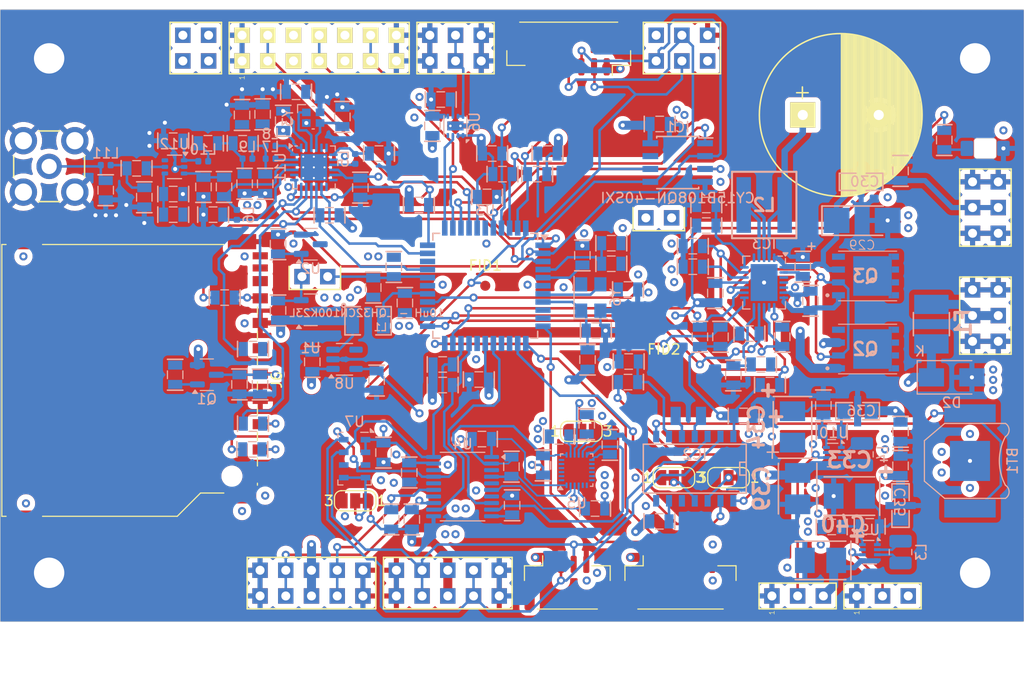
<source format=kicad_pcb>
(kicad_pcb (version 20240108) (generator "pcbnew") (generator_version "8.0")
  (title_block (title "DATALOGGER01A") (date "%d. %m. %Y") (company "Mlab www.mlab.cz") (comment 2 "Universal battery powered SDcard \\ndatalogger. ") (comment 3 "jacho <jacho@mlab.cz>") (comment 4 "GPL 3.0"))
  (layers (0 "F.Cu" jumper) (1 "In1.Cu" signal) (2 "In2.Cu" signal) (31 "B.Cu" signal) (34 "B.Paste" user) (36 "B.SilkS" user "B.Silkscreen") (37 "F.SilkS" user "F.Silkscreen") (38 "B.Mask" user) (39 "F.Mask" user) (44 "Edge.Cuts" user))
  (net 0 "")
  (net 1 "GND")
  (net 2 "Net-(BT1-+)")
  (net 3 "+3.3V")
  (net 4 "Net-(U3-XTAL2)")
  (net 5 "Net-(U3-XTAL1)")
  (net 6 "/Microcontroller/AREF")
  (net 7 "Net-(U3-AREF)")
  (net 8 "/Microcontroller/RST#_P")
  (net 9 "/Microcontroller/RST#")
  (net 10 "/Microcontroller/AVCC")
  (net 11 "+1V8")
  (net 12 "Net-(U5-REGOUT)")
  (net 13 "Net-(U6-CT)")
  (net 14 "/Peripherals/sd_card_power")
  (net 15 "Net-(IC3-CPF)")
  (net 16 "Net-(IC3-SCAP)")
  (net 17 "Net-(IC3-VSYS_1)")
  (net 18 "/Power_management/Vdc")
  (net 19 "Net-(U9-VOUT)")
  (net 20 "Net-(U10-VOUT)")
  (net 21 "+5V")
  (net 22 "Net-(U11-XTA)")
  (net 23 "Net-(U11-XTB)")
  (net 24 "Net-(U11-VREG)")
  (net 25 "Net-(U11-VR_PA)")
  (net 26 "Net-(U11-RFI_P)")
  (net 27 "Net-(U11-RFI_N)")
  (net 28 "Net-(U12-RF2)")
  (net 29 "Net-(C50-Pad1)")
  (net 30 "Net-(C52-Pad1)")
  (net 31 "Net-(C54-Pad1)")
  (net 32 "Net-(U12-RF1)")
  (net 33 "Net-(U12-CTRL)")
  (net 34 "Net-(C57-Pad1)")
  (net 35 "Net-(U12-RFC)")
  (net 36 "Net-(C59-Pad2)")
  (net 37 "Net-(D1-A)")
  (net 38 "Net-(F1-Pad2)")
  (net 40 "WP_FRAM")
  (net 41 "MOSI_SPI")
  (net 42 "CS_FRAM")
  (net 43 "SCK_SPI")
  (net 44 "MISO_SPI")
  (net 45 "CAL")
  (net 46 "/Peripherals/A1")
  (net 47 "SCL_I2C")
  (net 48 "CNT2")
  (net 49 "/Peripherals/RST")
  (net 50 "Net-(IC2-X1)")
  (net 51 "UNREG_POWER_INPUT")
  (net 52 "SDA_I2C")
  (net 53 "Net-(IC2-X2)")
  (net 54 "/Peripherals/POWER_FAIL")
  (net 55 "/Peripherals/A0")
  (net 56 "Net-(IC3-CAPFB)")
  (net 57 "Net-(IC3-PROG)")
  (net 58 "Net-(IC3-OVSNS)")
  (net 60 "CAPGD")
  (net 61 "/Power_management/igate")
  (net 62 "Net-(IC3-VIN)")
  (net 63 "Net-(IC3-CLN)")
  (net 64 "SYSGD")
  (net 66 "CAPFLT")
  (net 67 "Net-(IC3-BSTFB)")
  (net 68 "Net-(IC3-SW_1)")
  (net 69 "PFO")
  (net 70 "Net-(IC3-PFI)")
  (net 71 "Net-(J4-Pad3)")
  (net 72 "RX1")
  (net 75 "TX1")
  (net 76 "CS_CONN_2")
  (net 77 "CS_CONN_1")
  (net 78 "PA2")
  (net 79 "PA0")
  (net 80 "PA1")
  (net 81 "AUX_SCL_3V3")
  (net 82 "AUX_SDA_3V3")
  (net 83 "Net-(J19-Pin_2)")
  (net 84 "Net-(J20-Pin_2)")
  (net 85 "/Telemetry/DIO1")
  (net 86 "/Telemetry/DIO3")
  (net 87 "/Peripherals/CS{slash}A")
  (net 88 "Net-(U9-LX1)")
  (net 89 "Net-(U9-LX2)")
  (net 90 "Net-(U10-LX1)")
  (net 91 "Net-(U10-LX2)")
  (net 92 "Net-(U11-DCC_SW)")
  (net 93 "Net-(U11-RFO)")
  (net 94 "Net-(Q1-G)")
  (net 95 "CS_LORA")
  (net 96 "CS_SDCARD")
  (net 97 "/Peripherals/SDA_I2C_1V8")
  (net 98 "/Peripherals/SCL_I2C_1V8")
  (net 99 "/Peripherals/AUX_SDA_1V8")
  (net 100 "/Peripherals/AUX_SCL_1V8")
  (net 101 "SD_CARD_SWITCH")
  (net 102 "LED")
  (net 103 "Net-(U9-FB)")
  (net 104 "Net-(U10-FB)")
  (net 105 "RST_LORA")
  (net 106 "DIO_LORA")
  (net 107 "IO_SWCH")
  (net 108 "INT1")
  (net 109 "RX0")
  (net 110 "BUSY_LORA")
  (net 113 "TX0")
  (net 114 "/Peripherals/INT1_1V8")
  (net 129 "Net-(J6-DAT0)")
  (net 131 "Net-(J6-CMD)")
  (net 132 "Net-(J6-CD{slash}DAT3)")
  (net 134 "Net-(J6-CLK)")
  (net 137 "/Peripherals/AD0")
  (footprint "Mlab_Pin_Headers:Straight_1x03" (layer "F.Cu") (at 138.176 134.366 90)
    (property "Reference" "J19" (hide yes))
    (property "Value" "Conn_01x03_Male" (hide yes))
  )
  (footprint "Mlab_Pin_Headers:Straight_2x03" (layer "F.Cu") (at 148.336 96.012 180)
    (property "Reference" "J5" (hide yes))
    (property "Value" "HEADER_2x03_PARALLEL" (hide yes))
  )
  (footprint "Mlab_Pin_Headers:Straight_2x05" (layer "F.Cu") (at 95.25 133.096 -90)
    (property "Reference" "J10" (hide yes))
    (property "Value" "HEADER_2x05_PARALLEL" (hide yes))
  )
  (footprint "Mlab_Mechanical:MountingHole_3mm" (layer "F.Cu") (at 55.88 81.28)
    (property "Reference" "H4" (hide yes))
    (property "Value" "MountingHole_Pad" (hide yes))
  )
  (footprint "Mlab_Mechanical:MountingHole_3mm" (layer "F.Cu") (at 147.32 81.28)
    (property "Reference" "H3" (hide yes))
    (property "Value" "MountingHole_Pad" (hide yes))
  )
  (footprint "Mlab_Pin_Headers:Straight_1x03" (layer "F.Cu") (at 129.794 134.366 90)
    (property "Reference" "J20" (hide yes))
    (property "Value" "Conn_01x03_Male" (hide yes))
  )
  (footprint "Jumper:SolderJumper-3_P1.3mm_Bridged12_RoundedPad1.0x1.5mm_NumberLabels" (layer "F.Cu") (at 122.966 122.682 180)
    (property "Reference" "JP1" (hide yes))
    (property "Value" "SolderJumper_3_Bridged12")
  )
  (footprint "Fiducial:Fiducial_1mm_Mask2mm" (layer "F.Cu") (at 116.586 112.014)
    (property "Reference" "FID2")
    (property "Value" "Fiducial")
  )
  (footprint "Jumper:SolderJumper-3_P1.3mm_Bridged12_RoundedPad1.0x1.5mm_NumberLabels" (layer "F.Cu") (at 86.106 124.968 180)
    (property "Reference" "JP3" (hide yes))
    (property "Value" "SolderJumper_3_Bridged12")
  )
  (footprint "Mlab_Pin_Headers:Straight_2x07" (layer "F.Cu") (at 82.55 80.264 90)
    (property "Reference" "J11" (hide yes))
    (property "Value" "HEADER_2x07_PARALLEL" (hide yes))
  )
  (footprint "Mlab_Pin_Headers:Straight_2x03" (layer "F.Cu") (at 96.012 80.264 90)
    (property "Reference" "J4" (hide yes))
    (property "Value" "HEADER_2x03_PARALLEL" (hide yes))
  )
  (footprint "Mlab_Mechanical:MountingHole_3mm" (layer "F.Cu") (at 55.88 132.08)
    (property "Reference" "H1" (hide yes))
    (property "Value" "MountingHole_Pad" (hide yes))
  )
  (footprint "Mlab_CON:MCC-SD" (layer "F.Cu") (at 64.755 113.03 -90)
    (property "Reference" "J6")
    (property "Value" "MCC-SD (kouka z modulu)")
  )
  (footprint "Mlab_CON:MCX" (layer "F.Cu") (at 55.88 91.948)
    (property "Reference" "J23" (hide yes))
    (property "Value" "MCX" (hide yes))
  )
  (footprint "Mlab_C:C_Radial_D16_L25_P7.5" (layer "F.Cu") (at 130.302 86.868)
    (property "Reference" "C28" (hide yes))
    (property "Value" "50F")
  )
  (footprint "Jumper:SolderJumper-3_P1.3mm_Bridged12_RoundedPad1.0x1.5mm_NumberLabels" (layer "F.Cu") (at 117.572 122.682)
    (property "Reference" "JP2" (hide yes))
    (property "Value" "SolderJumper_3_Bridged12")
  )
  (footprint "Connector_JST:JST_GH_SM04B-GHS-TB_1x04-1MP_P1.25mm_Horizontal" (layer "F.Cu") (at 107.051 133.096)
    (property "Reference" "J9" (hide yes))
    (property "Value" "Conn_01x04_Female")
  )
  (footprint "Fiducial:Fiducial_1mm_Mask2mm" (layer "F.Cu") (at 98.948 103.734)
    (property "Reference" "FID1")
    (property "Value" "Fiducial")
  )
  (footprint "Connector_JST:JST_GH_SM06B-GHS-TB_1x06-1MP_P1.25mm_Horizontal" (layer "F.Cu") (at 118.227 133.096)
    (property "Reference" "J7" (hide yes))
    (property "Value" "Conn_01x06_Female")
  )
  (footprint "Mlab_Pin_Headers:Straight_2x03" (layer "F.Cu") (at 118.364 80.264 90)
    (property "Reference" "J3" (hide yes))
    (property "Value" "HEADER_2x03" (hide yes))
  )
  (footprint "Mlab_Pin_Headers:Straight_2x01" (layer "F.Cu") (at 82.12 102.832)
    (property "Reference" "J2" (hide yes))
    (property "Value" "HEADER_2x01" (hide yes))
  )
  (footprint "Mlab_Mechanical:MountingHole_3mm" (layer "F.Cu") (at 147.32 132.08)
    (property "Reference" "H2" (hide yes))
    (property "Value" "MountingHole_Pad" (hide yes))
  )
  (footprint "Mlab_Pin_Headers:Straight_2x02" (layer "F.Cu") (at 70.358 80.264 90)
    (property "Reference" "J13" (hide yes))
    (property "Value" "HEADER_2x02_PARALLEL" (hide yes))
  )
  (footprint "Mlab_Pin_Headers:Straight_2x01" (layer "F.Cu") (at 116.078 97.028)
    (property "Reference" "J1" (hide yes))
    (property "Value" "HEADER_2x01_PARALLEL" (hide yes))
  )
  (footprint "Connector_JST:JST_GH_SM07B-GHS-TB_1x07-1MP_P1.25mm_Horizontal" (layer "F.Cu") (at 107.188 80.264 180)
    (property "Reference" "J8" (hide yes))
    (property "Value" "Conn_01x07_Female")
  )
  (footprint "Mlab_Pin_Headers:Straight_2x05" (layer "F.Cu") (at 81.788 133.096 90)
    (property "Reference" "J12" (hide yes))
    (property "Value" "HEADER_2x05_PARALLEL" (hide yes))
  )
  (footprint "Jumper:SolderJumper-3_P1.3mm_Bridged12_RoundedPad1.0x1.5mm_NumberLabels" (layer "F.Cu") (at 108.428 118.11)
    (property "Reference" "JP4" (hide yes))
    (property "Value" "SolderJumper_3_Bridged12")
  )
  (footprint "Mlab_Pin_Headers:Straight_2x03" (layer "F.Cu") (at 148.336 106.68)
    (property "Reference" "J24" (hide yes))
    (property "Value" "HEADER_2x03_PARALLEL" (hide yes))
  )
  (footprint "Mlab_C:TantalC_SizeB_Reflow" (layer "B.Cu") (at 129.794 123.7664 -90)
    (property "Reference" "C39")
    (property "Value" "22uF" (hide yes))
  )
  (footprint "Mlab_R:SMD-0805" (layer "B.Cu") (at 83.566 96.774 180)
    (property "Reference" "R46")
    (property "Value" "10k")
  )
  (footprint "Mlab_R:SMD-0805" (layer "B.Cu") (at 109.044 111.0235 -90)
    (property "Reference" "R1")
    (property "Value" "-")
  )
  (footprint "Mlab_C:SMD-0805" (layer "B.Cu") (at 86.614 94.0435 -90)
    (property "Reference" "C44")
    (property "Value" "1uF")
  )
  (footprint "SIR424DP:SIR106DPT1RE3" (layer "B.Cu") (at 136.636 102.768)
    (property "Reference" "Q3")
    (property "Value" "SIR424DP" (hide yes))
  )
  (footprint "Mlab_IO:SOIC-14" (layer "B.Cu") (at 119.634 121.666 180)
    (property "Reference" "IC2")
    (property "Value" "FM3164-G")
  )
  (footprint "Mlab_XTAL:Crystal SMD CFPX-180" (layer "B.Cu") (at 109.364 104.892 90)
    (property "Reference" "Y6")
    (property "Value" "8MHz LFXTAL083138")
  )
  (footprint "Mlab_C:SMD-0805" (layer "B.Cu") (at 88.4555 90.678)
    (property "Reference" "C43")
    (property "Value" "470nF")
  )
  (footprint "Mlab_C:SMD-0805" (layer "B.Cu") (at 108.536 100.7365 90)
    (property "Reference" "C2")
    (property "Value" "100nF")
  )
  (footprint "Mlab_R:SMD-0805" (layer "B.Cu") (at 116.1415 127)
    (property "Reference" "R21")
    (property "Value" "10k")
  )
  (footprint "Mlab_C:SMD-0805" (layer "B.Cu") (at 84.836 87.0585 90)
    (property "Reference" "C42")
    (property "Value" "-")
  )
  (footprint "Mlab_C:SMD-0805" (layer "B.Cu") (at 124.46 116.586)
    (property "Reference" "C24")
    (property "Value" "100nF")
  )
  (footprint "Package_TO_SOT_SMD:SOT-23" (layer "B.Cu") (at 81.7095 99.634)
    (property "Reference" "U2")
    (property "Value" "LM4041CIM3-1.2(neosazovat)")
  )
  (footprint "Mlab_R:SMD-0805" (layer "B.Cu") (at 94.742 113.538)
    (property "Reference" "R10")
    (property "Value" "10k")
  )
  (footprint "Mlab_C:SMD-0805" (layer "B.Cu") (at 64.516 92.1385)
    (property "Reference" "C57")
    (property "Value" "39pF")
  )
  (footprint "Mlab_R:SMD-1210" (layer "B.Cu") (at 87.376 107.188)
    (property "Reference" "L1")
    (property "Value" "10uH - LQH32CN100K23L")
  )
  (footprint "Mlab_R:SMD-0805" (layer "B.Cu") (at 98.6155 118.872)
    (property "Reference" "R14")
    (property "Value" "10k")
  )
  (footprint "Inductor_SMD:L_0402_1005Metric" (layer "B.Cu") (at 77.747 89.916 180)
    (property "Reference" "L8")
    (property "Value" "47nH")
  )
  (footprint "Mlab_C:SMD-0805" (layer "B.Cu") (at 113.0445 104.102 180)
    (property "Reference" "C3")
    (property "Value" "15pF")
  )
  (footprint "Mlab_C:SMD-0805" (layer "B.Cu") (at 88.9 120.2055 -90)
    (property "Reference" "C22")
    (property "Value" "100nF")
  )
  (footprint "Mlab_C:SMD-0805" (layer "B.Cu") (at 74.9935 89.662)
    (property "Reference" "C52")
    (property "Value" "3p3")
  )
  (footprint "Mlab_XTAL:Crystal_SMD_NX2016SA" (layer "B.Cu") (at 81.955 87.139 -90)
    (property "Reference" "Y3")
    (property "Value" "32MHz")
  )
  (footprint "Mlab_R:SMD-0805" (layer "B.Cu") (at 104.0765 92.71 180)
    (property "Reference" "R8")
    (property "Value" "10k")
  )
  (footprint "Mlab_R:SMD-0805" (layer "B.Cu") (at 144.272 89.3445 90)
    (property "Reference" "R28")
    (property "Value" "2k2")
  )
  (footprint "Package_DFN_QFN:QFN-24-1EP_4x4mm_P0.5mm_EP2.6x2.6mm_ThermalVias" (layer "B.Cu") (at 82.022 92.0425 -90)
    (property "Reference" "U11")
    (property "Value" "SX1262")
  )
  (footprint "Mlab_C:SMD-0805" (layer "B.Cu") (at 75.184 93.6625 -90)
    (property "Reference" "C53")
    (property "Value" "5p6")
  )
  (footprint "Mlab_R:SMD-0805" (layer "B.Cu") (at 68.1355 96.7105)
    (property "Reference" "R47")
    (property "Value" "100R")
  )
  (footprint "Mlab_R:SMD-0805" (layer "B.Cu") (at 120.142 108.7755 90)
    (property "Reference" "R34")
    (property "Value" "100k")
  )
  (footprint "Package_TO_SOT_SMD:SOT-363_SC-70-6" (layer "B.Cu") (at 68.26 91.9965 180)
    (property "Reference" "U12")
    (property "Value" "PE4259")
  )
  (footprint "Mlab_C:SMD-0805" (layer "B.Cu") (at 74.676 113.4745 -90)
    (property "Reference" "C23")
    (property "Value" "10uF")
  )
  (footprint "Mlab_R:SMD-0805" (layer "B.Cu") (at 113.108 111.214 180)
    (property "Reference" "R23")
    (property "Value" "56k")
  )
  (footprint "Mlab_C:SMD-0805" (layer "B.Cu") (at 108.966 117.4115 90)
    (property "Reference" "C19")
    (property "Value" "100nF")
  )
  (footprint "Package_TO_SOT_SMD:SOT-583-8" (layer "B.Cu") (at 133.372 120.451 180)
    (property "Reference" "U10")
    (property "Value" "TPS631000DRLR")
  )
  (footprint "Mlab_C:SMD-0805" (layer "B.Cu") (at 61.468 94.2975 90)
    (property "Reference" "C59")
    (property "Value" "3p3")
  )
  (footprint "Mlab_C:SMD-0805" (layer "B.Cu") (at 93.726 87.9475 90)
    (property "Reference" "C20")
    (property "Value" "1uF")
  )
  (footprint "Mlab_C:SMD-0805" (layer "B.Cu") (at 99.1235 94.958)
    (property "Reference" "C1")
    (property "Value" "100nF")
  )
  (footprint "Mlab_R:SMD-0805" (layer "B.Cu") (at 91.694 126.8095 90)
    (property "Reference" "R19")
    (property "Value" "10k")
  )
  (footprint "Mlab_C:SMD-0805" (layer "B.Cu") (at 78.994 87.4395 90)
    (property "Reference" "C45")
    (property "Value" "100nF")
  )
  (footprint "Mlab_R:SMD-0805" (layer "B.Cu") (at 119.4435 99.822 180)
    (property "Reference" "R39")
    (property "Value" "100k")
  )
  (footprint "Mlab_R:SMD-0805" (layer "B.Cu") (at 121.666 104.4575 -90)
    (property "Reference" "R35")
    (property "Value" "6.2k 1/8W")
  )
  (footprint "Package_SO:TSSOP-20_4.4x6.5mm_P0.65mm" (layer "B.Cu") (at 96.7055 123.567 180)
    (property "Reference" "U4")
    (property "Value" "TXS0108EPW")
  )
  (footprint "Mlab_C:SMD-0805" (layer "B.Cu") (at 71.5645 89.662)
    (property "Reference" "C54")
    (property "Value" "39pF")
  )
  (footprint "Mlab_C:SMD-0805" (layer "B.Cu") (at 111.3935 101.56)
    (property "Reference" "C8")
    (property "Value" "4u7")
  )
  (footprint "Mlab_C:SMD-0805" (layer "B.Cu") (at 139.954 121.5185 90)
    (property "Reference" "C37")
    (property "Value" "100nF")
  )
  (footprint "Mlab_C:SMD-0805" (layer "B.Cu") (at 68.1355 94.6785)
    (property "Reference" "C56")
    (property "Value" "1nF")
  )
  (footprint "Mlab_C:SMD-0805" (layer "B.Cu") (at 106.2355 118.618 180)
    (property "Reference" "C15")
    (property "Value" "100nF")
  )
  (footprint "Mlab_C:SMD-0805" (layer "B.Cu") (at 139.954 92.3925 90)
    (property "Reference" "C32")
    (property "Value" "100nF")
  )
  (footprint "Mlab_C:SMD-0805" (layer "B.Cu") (at 109.8695 108.166 180)
    (property "Reference" "C4")
    (property "Value" "15pF")
  )
  (footprint "Package_TO_SOT_SMD:SOT-583-8" (layer "B.Cu") (at 136.928 130.044 180)
    (property "Reference" "U9")
    (property "Value" "TPS631000DRLR")
  )
  (footprint "Mlab_C:TantalC_SizeB_Reflow" (layer "B.Cu") (at 134.8994 124.503 180)
    (property "Reference" "C33")
    (property "Value" "47uF" (hide yes))
  )
  (footprint "Sensor_Motion:InvenSense_QFN-24_3x3mm_P0.4mm" (layer "B.Cu") (at 107.974 121.936)
    (property "Reference" "U5")
    (property "Value" "ICM-20948")
  )
  (footprint "Mlab_R:SMD-0805" (layer "B.Cu") (at 73.2155 104.902 180)
    (property "Reference" "R27")
    (property "Value" "100")
  )
  (footprint "Mlab_R:SMD-0805" (layer "B.Cu") (at 109.7915 125.73 180)
    (property "Reference" "R16")
    (property "Value" "10k")
  )
  (footprint "Mlab_R:SMD-0805" (layer "B.Cu") (at 133.1595 118.153 180)
    (property "Reference" "R44")
    (property "Value" "511k")
  )
  (footprint "Package_TO_SOT_SMD:SOT-23" (layer "B.Cu") (at 71.4525 112.522)
    (property "Reference" "Q1")
    (property "Value" "DMP2045UQ-7")
  )
  (footprint "Mlab_C:TantalC_SizeB_Reflow" (layer "B.Cu") (at 132.0546 130.853 180)
    (property "Reference" "C40")
    (property "Value" "22uF" (hide yes))
  )
  (footprint "Mlab_R:SMD-0805" (layer "B.Cu") (at 127.0635 113.538)
    (property "Reference" "R31")
    (property "Value" "1M")
  )
  (footprint "Mlab_C:SMD-0805" (layer "B.Cu") (at 71.12 93.98 -90)
    (property "Reference" "C51")
    (property "Value" "-")
  )
  (footprint "Mlab_D:LED_1206_mill" (layer "B.Cu") (at 148.314 90.17)
    (property "Reference" "D1" (hide yes))
    (property "Value" "HLMP-K150+FIX-LED-313" (hide yes))
    (fp_line (start -1.1 -0.7) (end -1.1 0.7) (stroke (width 0.05)) (layer "Edge.Cuts"))
    (fp_line (start -0.8 1) (end 0.8 1) (stroke (width 0.05)) (layer "Edge.Cuts"))
    (fp_line (start 0.8 -1) (end -0.8 -1) (stroke (width 0.05)) (layer "Edge.Cuts"))
    (fp_line (start 1.1 0.7) (end 1.1 -0.7) (stroke (width 0.05)) (layer "Edge.Cuts"))
    (fp_arc (start -1.1 -0.7) (mid -1.012132 -0.912132) (end -0.8 -1) (stroke (width 0.05)) (layer "Edge.Cuts"))
    (fp_arc (start -0.8 1) (mid -1.012132 0.912132) (end -1.1 0.7) (stroke (width 0.05)) (layer "Edge.Cuts"))
    (fp_arc (start 0.8 -1) (mid 1.012132 -0.912132) (end 1.1 -0.7) (stroke (width 0.05)) (layer "Edge.Cuts"))
    (fp_arc (start 1.1 0.7) (mid 1.012132 0.912132) (end 0.8 1) (stroke (width 0.05)) (layer "Edge.Cuts"))
  )
  (footprint "SIR424DP:SIR106DPT1RE3" (layer "B.Cu") (at 136.636 109.982)
    (property "Reference" "Q2")
    (property "Value" "SIR424DP" (hide yes))
  )
  (footprint "Mlab_R:SMD-0805" (layer "B.Cu") (at 89.662 126.8095 90)
    (property "Reference" "R18")
    (property "Value" "10k")
  )
  (footprint "Mlab_R:SMD-0805" (layer "B.Cu") (at 68.326 112.522 90)
    (property "Reference" "R20")
    (property "Value" "470R")
  )
  (footprint "Package_DFN_QFN:QFN-24-1EP_4x5mm_P0.5mm_EP2.65x3.65mm" (layer "B.Cu") (at 126.48 103.417 180)
    (property "Reference" "IC3")
    (property "Value" "LTC4041EUFD#PBF")
  )
  (footprint "Mlab_C:SMD-0805" (layer "B.Cu") (at 101.6 125.4125 -90)
    (property "Reference" "C14")
    (property "Value" "100nF")
  )
  (footprint "Mlab_C:SMD-0805" (layer "B.Cu") (at 76.962 86.8045 90)
    (property "Reference" "C48")
    (property "Value" "47pF")
  )
  (footprint "Mlab_C:SMD-0805" (layer "B.Cu") (at 68.1355 89.408 180)
    (property "Reference" "C55")
    (property "Value" "2p2")
  )
  (footprint "Mlab_C:SMD-0805" (layer "B.Cu") (at 78.486 99.6315 90)
    (property "Reference" "C5")
    (property "Value" "100nF")
  )
  (footprint "Mlab_R:SMD-0805" (layer "B.Cu") (at 126.1745 111.506 180)
    (property "Reference" "R40")
    (property "Value" "220k")
  )
  (footprint "Mlab_R:SMD-0805" (layer "B.Cu") (at 105.0925 90.678 180)
    (property "Reference" "R9")
    (property "Value" "10k")
  )
  (footprint "Mlab_R:SMD-0805" (layer "B.Cu") (at 101.5315 121.5985 -90)
    (property "Reference" "R15")
    (property "Value" "10k")
  )
  (footprint "Mlab_L:FIR_0805" (layer "B.Cu") (at 139.954 125.439 90)
    (property "Reference" "C35")
    (property "Value" "EMI_Filter_C" (hide yes))
  )
  (footprint "Mlab_R:SMD-0805" (layer "B.Cu") (at 75.946 119.888 180)
    (property "Reference" "R24")
    (property "Value" "100")
  )
  (footprint "Mlab_C:SMD-0805" (layer "B.Cu") (at 72.0725 96.7105 180)
    (property "Reference" "C47")
    (property "Value" "1p8")
  )
  (footprint "Mlab_C:SMD-0805" (layer "B.Cu") (at 87.884 103.9115 -90)
    (property "Reference" "C7")
    (property "Value" "10uF")
  )
  (footprint "Inductor_SMD:L_0402_1005Metric" (layer "B.Cu") (at 77.747 91.186 180)
    (property "Reference" "L7")
    (property "Value" "0R")
  )
  (footprint "Mlab_R:SMD-0805" (layer "B.Cu") (at 133.1595 127.551 180)
    (property "Reference" "R43")
    (property "Value" "91k")
  )
  (footprint "Mlab_C:SMD-0805" (layer "B.Cu") (at 76.708 113.4745 -90)
    (property "Reference" "C25")
    (property "Value" "100nF")
  )
  (footprint "Mlab_C:SMD-0805" (layer "B.Cu") (at 111.252 119.4435 90)
    (property "Reference" "C18")
    (property "Value" "100nF")
  )
  (footprint "Mlab_F:1812" (layer "B.Cu") (at 143.002 107.524 90)
    (property "Reference" "F1")
    (property "Value" "1.2A" (hide yes))
  )
  (footprint "Package_TO_SOT_SMD:SOT-23-5" (layer "B.Cu") (at 85.0465 110.9955)
    (property "Reference" "U8")
    (property "Value" "MIC5504-1.8YM5-TR")
  )
  (footprint "Mlab_C:SMD-0805" (layer "B.Cu") (at 94.5515 85.344 180)
    (property "Reference" "C21")
    (property "Value" "1nF")
  )
  (footprint "Mlab_C:SMD-0805" (layer "B.Cu") (at 91.01 105.4355 -90)
    (property "Reference" "C10")
    (property "Value" "100nF")
  )
  (footprint "Mlab_C:SMD-0805" (layer "B.Cu") (at 73.152 93.98 -90)
    (property "Reference" "C49")
    (property "Value" "2p4")
  )
  (footprint "Package_SON:WSON-8-1EP_2x2mm_P0.5mm_EP0.9x1.6mm_ThermalVias" (layer "B.Cu") (at 96 87.95 90)
    (property "Reference" "U6")
    (property "Value" "TPS22965-Q1")
  )
  (footprint "Mlab_R:SMD-0805" (layer "B.Cu") (at 120.777 95.758 180)
    (property "Reference" "R30")
    (property "Value" "56k")
  )
  (footprint "Mlab_R:SMD-0805" (layer "B.Cu") (at 78.486 106.172 -90)
    (property "Reference" "R2")
    (property "Value" "4k7")
  )
  (footprint "Package_LGA:LGA-8_3x5mm_P1.25mm" (layer "B.Cu") (at 86.047 120.807 180)
    (property "Reference" "U7")
    (property "Value" "MS5611-01BA")
  )
  (footprint "Mlab_L:FIR_0805" (layer "B.Cu") (at 136.064 93.472)
    (property "Reference" "C30")
    (property "Value" "EMI_Filter_C" (hide yes))
  )
  (footprint "Mlab_R:SMD-0805" (layer "B.Cu") (at 76.0095 109.982 180)
    (property "Reference" "R26")
    (property "Value" "100")
  )
  (footprint "Mlab_R:SMD-0805" (layer "B.Cu") (at 132.334 115.5495 90)
    (property "Reference" "R45")
    (property "Value" "91k")
  )
  (footprint "Mlab_XTAL:ABS07" (layer "B.Cu") (at 118.999 116.586 180)
    (property "Reference" "Y2")
    (property "Value" "6pF crystal - 32.768kHz" (hide yes))
  )
  (footprint "Mlab_R:SMD-0805" (layer "B.Cu") (at 130.302 101.854 90)
    (property "Reference" "R36")
    (property "Value" "2k")
  )
  (footprint "Mlab_R:SMD-0805" (layer "B.Cu") (at 104.648 121.4755 90)
    (property "Reference" "R17")
    (property "Value" "10k")
  )
  (footprint "Mlab_R:SMD-0805" (layer "B.Cu") (at 125.0315 108.458)
    (property "Reference" "R32")
    (property "Value" "100k")
  )
  (footprint "Mlab_C:SMD-0805" (layer "B.Cu") (at 119.4435 101.854 180)
    (property "Reference" "C26")
    (property "Value" "1nF")
  )
  (footprint "Mlab_R:SMD-0805" (layer "B.Cu") (at 122.174 108.7755 90)
    (property "Reference" "R33")
    (property "Value" "100k")
  )
  (footprint "Mlab_C:SMD-0805" (layer "B.Cu") (at 88.216 113.0935 -90)
    (property "Reference" "C31")
    (property "Value" "1uF")
  )
  (footprint "Inductor_SMD:L_0402_1005Metric" (layer "B.Cu") (at 86.106 91.209 -90)
    (property "Reference" "L5")
    (property "Value" "15uH")
  )
  (footprint "Mlab_R:SMD-0805" (layer "B.Cu") (at 113.0445 113.246)
    (property "Reference" "R22")
    (property "Value" "150k")
  )
  (footprint "Mlab_C:SMD-0805" (layer "B.Cu") (at 98.3125 112.992 180)
    (property "Reference" "C6")
    (property "Value" "100nF")
  )
  (footprint "Battery:BatteryHolder_Keystone_2998_1x6.8mm" (layer "B.Cu") (at 146.812 121.03 90)
    (property "Reference" "BT1")
    (property "Value" "Battery_Cell-device 3V")
  )
  (footprint "Mlab_R:SMD-0805" (layer "B.Cu") (at 131.064 105.2195 -90)
    (property "Reference" "R37")
    (property "Value" "25mR")
  )
  (footprint "Mlab_C:SMD-0805" (layer "B.Cu") (at 80.264 84.582 180)
    (property "Reference" "C41")
    (property "Value" "-")
  )
  (footprint "Inductor_SMD:L_0402_1005Metric" (layer "B.Cu") (at 75.461 91.186 180)
    (property "Reference" "L9")
    (property "Value" "2n5")
  )
  (footprint "Mlab_R:SMD-0805" (layer "B.Cu") (at 111.3935 99.53)
    (property "Reference" "R3")
    (property "Value" "10k")
  )
  (footprint "Mlab_C:SMD-0805" (layer "B.Cu") (at 81.866 111.252 90)
    (property "Reference" "C27")
    (property "Value" "1uF")
  )
  (footprint "Mlab_R:SMD-0805" (layer "B.Cu") (at 100.6475 92.71)
    (property "Reference" "R6")
    (property "Value" "10k")
  )
  (footprint "Mlab_C:TantalC_SizeC_Reflow" (layer "B.Cu") (at 136.15924 97.282)
    (property "Reference" "C29")
    (property "Value" "100uF" (hide yes))
  )
  (footprint "Inductor_SMD:L_1008_2520Metric" (layer "B.Cu") (at 139.954 130.032 90)
    (property "Reference" "L3")
    (property "Value" "1uH - DFE252012P-1R0M=P2")
  )
  (footprint "Mlab_C:SMD-0805" (layer "B.Cu") (at 91.44 122.174 -90)
    (property "Reference" "C16")
    (property "Value" "100nF")
  )
  (footprint "Mlab_R:SMD-0805" (layer "B.Cu") (at 120.777 97.79)
    (property "Reference" "R29")
    (property "Value" "150k")
  )
  (footprint "Mlab_R:SMD-0805" (layer "B.Cu") (at 128.27 108.7755 -90)
    (property "Reference" "R38")
    (property "Value" "523k (E96)")
  )
  (footprint "Inductor_SMD:L_0402_1005Metric" (layer "B.Cu") (at 74.422 96.7335 90)
    (property "Reference" "L6")
    (property "Value" "15nH")
  )
  (footprint "Mlab_C:SMD-0805" (layer "B.Cu") (at 74.93 86.868 90)
    (property "Reference" "C46")
    (property "Value" "47nF")
  )
  (footprint "XAL6030181MEC:XAL6030181MEC" (layer "B.Cu") (at 126.492 95.758)
    (property "Reference" "L2")
    (property "Value" "XAL-6030-182 1.8 uH" (hide yes))
  )
  (footprint "Inductor_SMD:L_0402_1005Metric" (layer "B.Cu") (at 61.468 91.821 180)
    (property "Reference" "L11")
    (property "Value" "9n1")
  )
  (footprint "Inductor_SMD:L_0402_1005Metric" (layer "B.Cu") (at 71.097 91.44 180)
    (property "Reference" "L10")
    (property "Value" "4n7")
  )
  (footprint "Package_QFP:TQFP-44_10x10mm_P0.8mm" (layer "B.Cu") (at 98.948 103.734 180)
    (property "Reference" "U3")
    (property "Value" "ATMEGA1284P-AU")
  )
  (footprint "Mlab_IO:SOIC-8_3.9x4.9mm_Pitch1.27mm" (layer "B.Cu") (at 117.95 91.567 180)
    (property "Reference" "IC1")
    (property "Value" "CY15B108QN-40SXI")
  )
  (footprint "Mlab_C:SMD-0805" (layer "B.Cu") (at 116.172 87.757)
    (property "Reference" "C17")
    (property "Value" "100nF")
  )
  (footprint "Mlab_R:SMD-0805" (layer "B.Cu") (at 99.6315 90.678)
    (property "Reference" "R5")
    (property "Value" "10k")
  )
  (footprint "Mlab_R:SMD-0805" (layer "B.Cu") (at 136.906 127.492 180)
    (property "Reference" "R42")
    (property "Value" "806k")
  )
  (footprint "Mlab_C:SMD-0805" (layer "B.Cu") (at 89.916 101.8795 90)
    (property "Reference" "C9")
    (property "Value" "100nF")
  )
  (footprint "Mlab_R:SMD-0805" (layer "B.Cu") (at 92.3925 95.758)
    (property "Reference" "R48")
    (property "Value" "10k")
  )
  (footprint "Mlab_D:Diode-SMA_Standard" (layer "B.Cu") (at 145.002 112.776)
    (property "Reference" "D2")
    (property "Value" "M4")
  )
  (footprint "Mlab_L:FIR_0805" (layer "B.Cu") (at 135.716 116.121)
    (property "Reference" "C36")
    (property "Value" "EMI_Filter_C" (hide yes))
  )
  (footprint "Mlab_C:SMD-0805" (layer "B.Cu") (at 77.216 93.6625 -90)
    (property "Reference" "C50")
    (property "Value" "-")
  )
  (footprint "Mlab_R:SMD-0805" (layer "B.Cu") (at 123.444 112.5855 -90)
    (property "Reference" "R41")
    (property "Value" "100k")
  )
  (footprint "Mlab_C:TantalC_SizeB_Reflow" (layer "B.Cu") (at 129.286 117.6704 -90)
    (property "Reference" "C34")
    (property "Value" "47uF" (hide yes))
  )
  (footprint "Package_TO_SOT_SMD:SOT-23" (layer "B.Cu") (at 81.7095 106.106)
    (property "Reference" "U1")
    (property "Value" "ISL21080CIH320Z-TK")
  )
  (footprint "Mlab_R:SMD-0805" (layer "B.Cu") (at 94.742 111.506)
    (property "Reference" "R11")
    (property "Value" "10k")
  )
  (footprint "Inductor_SMD:L_1008_2520Metric" (layer "B.Cu") (at 136.144 120.38 90)
    (property "Reference" "L4")
    (property "Value" "1uH - DFE252012P-1R0M=P2")
  )
  (footprint "Mlab_R:SMD-0805" (layer "B.Cu") (at 76.0095 117.348 180)
    (property "Reference" "R25")
    (property "Value" "100")
  )
  (footprint "Mlab_C:SMD-0805" (layer "B.Cu") (at 139.954 118.153 -90)
    (property "Reference" "C38")
    (property "Value" "100nF")
  )
  (footprint "Mlab_C:SMD-0805" (layer "B.Cu") (at 65.278 94.996 90)
    (property "Reference" "C58")
    (property "Value" "3p3")
  )
  (gr_line (start 131.826 76.454) (end 141.986 76.454) (stroke (width 0.05)) (layer "Edge.Cuts"))
  (gr_line (start 51.054 126.746) (end 51.054 76.454) (stroke (width 0.05)) (layer "Edge.Cuts"))
  (gr_line (start 51.054 76.454) (end 131.826 76.454) (stroke (width 0.05)) (layer "Edge.Cuts"))
  (gr_line (start 51.054 136.652) (end 51.054 126.746) (stroke (width 0.05)) (layer "Edge.Cuts"))
  (gr_line (start 152.146 126.746) (end 152.146 136.906) (stroke (width 0.05)) (layer "Edge.Cuts"))
  (gr_line (start 51.054 136.652) (end 51.054 136.906) (stroke (width 0.05)) (layer "Edge.Cuts"))
  (gr_line (start 152.146 76.454) (end 152.146 126.746) (stroke (width 0.05)) (layer "Edge.Cuts"))
  (gr_line (start 141.986 76.454) (end 152.146 76.454) (stroke (width 0.05)) (layer "Edge.Cuts"))
  (gr_line (start 51.054 136.906) (end 152.146 136.906) (stroke (width 0.05)) (layer "Edge.Cuts"))
  (via (at 146.812 118.364) (size 0.8) (drill 0.4) (layers "F.Cu" "B.Cu") (net 0))
  (via (at 110.998 111.76) (size 0.8) (drill 0.4) (layers "F.Cu" "B.Cu") (net 0))
  (via (at 138.684 94.996) (size 0.8) (drill 0.4) (layers "F.Cu" "B.Cu") (net 0))
  (via (at 88.646 122.936) (size 0.8) (drill 0.4) (layers "F.Cu" "B.Cu") (net 0))
  (via (at 117.348 99.568) (size 0.8) (drill 0.4) (layers "F.Cu" "B.Cu") (net 0))
  (via (at 79.502 93.98) (size 0.8) (drill 0.4) (layers "F.Cu" "B.Cu") (net 0))
  (via (at 86.36 104.14) (size 0.8) (drill 0.4) (layers "F.Cu" "B.Cu") (net 0))
  (via (at 96.012 128.27) (size 0.8) (drill 0.4) (layers "F.Cu" "B.Cu") (net 0))
  (via (at 129.54 103.886) (size 0.8) (drill 0.4) (layers "F.Cu" "B.Cu") (net 0))
  (via (at 92.456 85.09) (size 0.8) (drill 0.4) (layers "F.Cu" "B.Cu") (net 0))
  (via (at 91.948 87.122) (size 0.8) (drill 0.4) (layers "F.Cu" "B.Cu") (net 0))
  (via (at 131.572 123.698) (size 0.8) (drill 0.4) (layers "F.Cu" "B.Cu") (net 0))
  (via (at 53.34 100.838) (size 0.8) (drill 0.4) (layers "F.Cu" "B.Cu") (net 0))
  (via (at 99.06 99.568) (size 0.8) (drill 0.4) (layers "F.Cu" "B.Cu") (net 0))
  (via (at 80.01 99.568) (size 0.8) (drill 0.4) (layers "F.Cu" "B.Cu") (net 0))
  (via (at 85.09 126.492) (size 0.8) (drill 0.4) (layers "F.Cu" "B.Cu") (net 0))
  (via (at 109.982 132.08) (size 0.8) (drill 0.4) (layers "F.Cu" "B.Cu") (net 0))
  (via (at 131.318 119.38) (size 0.8) (drill 0.4) (layers "F.Cu" "B.Cu") (net 0))
  (via (at 127.254 118.618) (size 0.8) (drill 0.4) (layers "F.Cu" "B.Cu") (net 0))
  (via (at 144.018 120.142) (size 0.8) (drill 0.4) (layers "F.Cu" "B.Cu") (net 0))
  (via (at 114.808 125.476) (size 0.8) (drill 0.4) (layers "F.Cu" "B.Cu") (net 0))
  (via (at 149.098 113.03) (size 0.8) (drill 0.4) (layers "F.Cu" "B.Cu") (net 0))
  (via (at 125.984 118.364) (size 0.8) (drill 0.4) (layers "F.Cu" "B.Cu") (net 0))
  (via (at 90.424 107.696) (size 0.8) (drill 0.4) (layers "F.Cu" "B.Cu") (net 0))
  (via (at 122.174 93.472) (size 0.8) (drill 0.4) (layers "F.Cu" "B.Cu") (net 0))
  (via (at 121.412 129.286) (size 0.8) (drill 0.4) (layers "F.Cu" "B.Cu") (net 0))
  (via (at 88.392 100.838) (size 0.8) (drill 0.4) (layers "F.Cu" "B.Cu") (net 0))
  (via (at 97.028 125.73) (size 0.8) (drill 0.4) (layers "F.Cu" "B.Cu") (net 0))
  (via (at 121.412 132.842) (size 0.8) (drill 0.4) (layers "F.Cu" "B.Cu") (net 0))
  (via (at 132.08 129.286) (size 0.8) (drill 0.4) (layers "F.Cu" "B.Cu") (net 0))
  (via (at 98.044 110.998) (size 0.8) (drill 0.4) (layers "F.Cu" "B.Cu") (net 0))
  (via (at 104.14 117.856) (size 0.8) (drill 0.4) (layers "F.Cu" "B.Cu") (net 0))
  (via (at 91.44 107.696) (size 0.8) (drill 0.4) (layers "F.Cu" "B.Cu") (net 0))
  (via (at 138.43 118.872) (size 0.8) (drill 0.4) (layers "F.Cu" "B.Cu") (net 0))
  (via (at 146.812 123.698) (size 0.8) (drill 0.4) (layers "F.Cu" "B.Cu") (net 0))
  (via (at 130.81 127) (size 0.8) (drill 0.4) (layers "F.Cu" "B.Cu") (net 0))
  (via (at 75.184 107.442) (size 0.8) (drill 0.4) (layers "F.Cu" "B.Cu") (net 0))
  (via (at 114.046 102.616) (size 0.8) (drill 0.4) (layers "F.Cu" "B.Cu") (net 0))
  (via (at 128.778 131.572) (size 0.8) (drill 0.4) (layers "F.Cu" "B.Cu") (net 0))
  (via (at 108.712 98.552) (size 0.8) (drill 0.4) (layers "F.Cu" "B.Cu") (net 0))
  (via (at 150.114 88.392) (size 0.8) (drill 0.4) (layers "F.Cu" "B.Cu") (net 0))
  (via (at 90.17 120.396) (size 0.8) (drill 0.4) (layers "F.Cu" "B.Cu") (net 0))
  (via (at 77.216 124.46) (size 0.8) (drill 0.4) (layers "F.Cu" "B.Cu") (net 0))
  (via (at 149.098 112.014) (size 0.8) (drill 0.4) (layers "F.Cu" "B.Cu") (net 0))
  (via (at 115.062 104.394) (size 0.8) (drill 0.4) (layers "F.Cu" "B.Cu") (net 0))
  (via (at 83.058 104.902) (size 0.8) (drill 0.4) (layers "F.Cu" "B.Cu") (net 0))
  (via (at 138.43 124.46) (size 0.8) (drill 0.4) (layers "F.Cu" "B.Cu") (net 0))
  (via (at 108.966 132.842) (size 0.8) (drill 0.4) (layers "F.Cu" "B.Cu") (net 0))
  (via (at 118.618 86.868) (size 0.8) (drill 0.4) (layers "F.Cu" "B.Cu") (net 0))
  (via (at 131.826 126.238) (size 0.8) (drill 0.4) (layers "F.Cu" "B.Cu") (net 0))
  (via (at 144.018 122.174) (size 0.8) (drill 0.4) (layers "F.Cu" "B.Cu") (net 0))
  (via (at 104.648 117.094) (size 0.8) (drill 0.4) (layers "F.Cu" "B.Cu") (net 0))
  (via (at 87.376 100.838) (size 0.8) (drill 0.4) (layers "F.Cu" "B.Cu") (net 0))
  (via (at 110.49 116.586) (size 0.8) (drill 0.4) (layers "F.Cu" "B.Cu") (net 0))
  (via (at 140.716 96.774) (size 0.8) (drill 0.4) (layers "F.Cu" "B.Cu") (net 0))
  (via (at 149.098 114.046) (size 0.8) (drill 0.4) (layers "F.Cu" "B.Cu") (net 0))
  (via (at 53.594 125.222) (size 0.8) (drill 0.4) (layers "F.Cu" "B.Cu") (net 0))
  (via (at 104.14 118.872) (size 0.8) (drill 0.4) (layers "F.Cu" "B.Cu") (net 0))
  (via (at 109.474 115.316) (size 0.8) (drill 0.4) (layers "F.Cu" "B.Cu") (net 0))
  (via (at 89.916 123.19) (size 0.8) (drill 0.4) (layers "F.Cu" "B.Cu") (net 0))
  (via (at 130.81 128.016) (size 0.8) (drill 0.4) (layers "F.Cu" "B.Cu") (net 0))
  (via (at 74.93 125.984) (size 0.8) (drill 0.4) (layers "F.Cu" "B.Cu") (net 0))
  (via (at 94.996 128.27) (size 0.8) (drill 0.4) (layers "F.Cu" "B.Cu") (net 0))
  (via (at 103.124 103.632) (size 0.8) (drill 0.4) (layers "F.Cu" "B.Cu") (net 0))
  (via (at 117.856 86.36) (size 0.8) (drill 0.4) (layers "F.Cu" "B.Cu") (net 0))
  (via (at 84.328 104.902) (size 0.8) (drill 0.4) (layers "F.Cu" "B.Cu") (net 0))
  (via (at 95.25 121.412) (size 0.8) (drill 0.4) (layers "F.Cu" "B.Cu") (net 0))
  (via (at 124.968 118.364) (size 0.8) (drill 0.4) (layers "F.Cu" "B.Cu") (net 0))
  (via (at 117.602 103.378) (size 0.8) (drill 0.4) (layers "F.Cu" "B.Cu") (net 0))
  (via (at 110.744 123.444) (size 0.8) (drill 0.4) (layers "F.Cu" "B.Cu") (net 0))
  (via (at 96.012 125.73) (size 0.8) (drill 0.4) (layers "F.Cu" "B.Cu") (net 0))
  (via (at 98.044 123.952) (size 0.8) (drill 0.4) (layers "F.Cu" "B.Cu") (net 0))
  (via (at 94.742 103.632) (size 0.8) (drill 0.4) (layers "F.Cu" "B.Cu") (net 0))
  (via (at 85.09 90.932) (size 0.8) (drill 0.4) (layers "F.Cu" "B.Cu") (net 0))
  (via (at 75.438 95.758) (size 0.8) (drill 0.4) (layers "F.Cu" "B.Cu") (net 0))
  (via (at 76.454 95.758) (size 0.8) (drill 0.4) (layers "F.Cu" "B.Cu") (net 0))
  (via (at 75.184 100.838) (size 0.8) (drill 0.4) (layers "F.Cu" "B.Cu") (net 0))
  (via (at 106.68 103.886) (size 0.8) (drill 0.4) (layers "F.Cu" "B.Cu") (net 0))
  (via (at 138.43 119.888) (size 0.8) (drill 0.4) (layers "F.Cu" "B.Cu") (net 0))
  (via (at 140.716 98.044) (size 0.8) (drill 0.4) (layers "F.Cu" "B.Cu") (net 0))
  (via (at 117.348 102.108) (size 0.8) (drill 0.4) (layers "F.Cu" "B.Cu") (net 0))
  (via (at 85.598 104.902) (size 0.8) (drill 0.4) (layers "F.Cu" "B.Cu") (net 0))
  (via (at 110.744 122.428) (size 0.8) (drill 0.4) (layers "F.Cu" "B.Cu") (net 0))
  (via (at 65.278 97.536) (size 0.8) (drill 0.4) (layers "F.Cu" "B.Cu") (net 1))
  (via (at 77.216 94.615) (size 0.8) (drill 0.4) (layers "F.Cu" "B.Cu") (net 1))
  (via (at 71.12 96.7105) (size 0.8) (drill 0.4) (layers "F.Cu" "B.Cu") (net 1))
  (via (at 84.328 84.836) (size 0.8) (drill 0.4) (layers "F.Cu" "B.Cu") (net 1))
  (via (at 76.962 84.328) (size 0.8) (drill 0.4) (layers "F.Cu" "B.Cu") (net 1))
  (via (at 73.406 85.852) (size 0.8) (drill 0.4) (layers "F.Cu" "B.Cu") (net 1))
  (via (at 77.978 84.328) (size 0.8) (drill 0.4) (layers "F.Cu" "B.Cu") (net 1))
  (via (at 83.312 85.09) (size 0.8) (drill 0.4) (layers "F.Cu" "B.Cu") (net 1))
  (via (at 78.994 86.487) (size 0.8) (drill 0.4) (layers "F.Cu" "B.Cu") (net 1))
  (via (at 126.48 103.417) (size 0.8) (drill 0.4) (layers "F.Cu" "B.Cu") (net 1))
  (via (at 138.684 97.282) (size 0.8) (drill 0.4) (layers "F.Cu" "B.Cu") (net 1))
  (via (at 74.93 84.328) (size 0.8) (drill 0.4) (layers "F.Cu" "B.Cu") (net 1))
  (via (at 150.114 90.17) (size 0.8) (drill 0.4) (layers "F.Cu" "B.Cu") (net 1))
  (via (at 68.326 92.202) (size 0.8) (drill 0.4) (layers "F.Cu" "B.Cu") (net 1))
  (via (at 146.812 121.03) (size 0.8) (drill 0.4) (layers "F.Cu" "B.Cu") (net 1))
  (via (at 60.452 96.774) (size 0.8) (drill 0.4) (layers "F.Cu" "B.Cu") (net 1))
  (via (at 101.6 124.46) (size 0.8) (drill 0.4) (layers "F.Cu" "B.Cu") (net 1))
  (via (at 81.28 87.664) (size 0.8) (drill 0.4) (layers "F.Cu" "B.Cu") (net 1))
  (via (at 62.484 96.774) (size 0.8) (drill 0.4) (layers "F.Cu" "B.Cu") (net 1))
  (via (at 88.9 121.158) (size 0.8) (drill 0.4) (layers "F.Cu" "B.Cu") (net 1))
  (via (at 78.486 98.679) (size 0.8) (drill 0.4) (layers "F.Cu" "B.Cu") (net 1))
  (via (at 65.786 88.646) (size 0.8) (drill 0.4) (layers "F.Cu" "B.Cu") (net 1))
  (via (at 75.184 94.615) (size 0.8) (drill 0.4) (layers "F.Cu" "B.Cu") (net 1))
  (via (at 63.5 95.758) (size 0.8) (drill 0.4) (layers "F.Cu" "B.Cu") (net 1))
  (via (at 67.31 87.63) (size 0.8) (drill 0.4) (layers "F.Cu" "B.Cu") (net 1))
  (via (at 89.408 90.678) (size 0.8) (drill 0.4) (layers "F.Cu" "B.Cu") (net 1))
  (via (at 97.36 112.992) (size 0.8) (drill 0.4) (layers "F.Cu" "B.Cu") (net 1))
  (via (at 130.302 100.9015) (size 0.8) (drill 0.4) (layers "F.Cu" "B.Cu") (net 1))
  (via (at 93.599 85.344) (size 0.8) (drill 0.4) (layers "F.Cu" "B.Cu") (net 1))
  (via (at 108.536 99.784) (size 0.8) (drill 0.4) (layers "F.Cu" "B.Cu") (net 1))
  (via (at 110.822 108.166) (size 0.8) (drill 0.4) (layers "F.Cu" "B.Cu") (net 1))
  (via (at 69.088 94.6785) (size 0.8) (drill 0.4) (layers "F.Cu" "B.Cu") (net 1))
  (via (at 84.836 86.106) (size 0.8) (drill 0.4) (layers "F.Cu" "B.Cu") (net 1))
  (via (at 71.12 94.9325) (size 0.8) (drill 0.4) (layers "F.Cu" "B.Cu") (net 1))
  (via (at 147.002 112.776) (size 0.8) (drill 0.4) (layers "F.Cu" "B.Cu") (net 1))
  (via (at 61.468 96.774) (size 0.8) (drill 0.4) (layers "F.Cu" "B.Cu") (net 1))
  (via (at 65.786 89.916) (size 0.8) (drill 0.4) (layers "F.Cu" "B.Cu") (net 1))
  (via (at 133.35 124.503) (size 0.8) (drill 0.4) (layers "F.Cu" "B.Cu") (net 1))
  (via (at 100.076 94.958) (size 0.8) (drill 0.4) (layers "F.Cu" "B.Cu") (net 1))
  (segment (start 110.314 107.658) (end 110.822 108.166) (width 0.25) (layer "B.Cu") (net 1))
  (segment (start 110.314 106.192) (end 110.314 107.658) (width 0.25) (layer "B.Cu") (net 1))
  (segment (start 109.474 119.634) (end 109.020338 119.634) (width 0.1778) (layer "B.Cu") (net 1))
  (segment (start 67.183 89.408) (end 68.326 90.551) (width 0.25) (layer "B.Cu") (net 1))
  (segment (start 111.252 118.491) (end 110.617 118.491) (width 0.1778) (layer "B.Cu") (net 1))
  (segment (start 80.0175 87.5105) (end 78.994 86.487) (width 0.25) (layer "B.Cu") (net 1))
  (segment (start 69.21 91.9965) (end 68.5315 91.9965) (width 0.25) (layer "B.Cu") (net 1))
  (segment (start 108.574 120.080338) (end 108.574 120.436) (width 0.1778) (layer "B.Cu") (net 1))
  (segment (start 110.617 118.491) (end 109.474 119.634) (width 0.1778) (layer "B.Cu") (net 1))
  (segment (start 81.272 89.64276) (end 80.78324 89.154) (width 0.25) (layer "B.Cu") (net 1))
  (segment (start 80.78324 89.154) (end 80.683604 89.154) (width 0.25) (layer "B.Cu") (net 1))
  (segment (start 80.0175 88.487896) (end 80.0175 87.5105) (width 0.25) (layer "B.Cu") (net 1))
  (segment (start 81.272 90.105) (end 81.272 89.64276) (width 0.25) (layer "B.Cu") (net 1))
  (segment (start 68.326 90.551) (end 68.326 92.202) (width 0.25) (layer "B.Cu") (net 1))
  (segment (start 80.683604 89.154) (end 80.0175 88.487896) (width 0.25) (layer "B.Cu") (net 1))
  (segment (start 109.020338 119.634) (end 108.574 120.080338) (width 0.1778) (layer "B.Cu") (net 1))
  (segment (start 68.5315 91.9965) (end 68.326 92.202) (width 0.25) (layer "B.Cu") (net 1))
  (segment (start 143.2845 116.332) (end 142.2685 117.348) (width 0.25) (layer "F.Cu") (net 2))
  (segment (start 142.2685 117.348) (end 115.824 117.348) (width 0.25) (layer "F.Cu") (net 2))
  (via (at 143.2845 116.332) (size 0.8) (drill 0.4) (layers "F.Cu" "B.Cu") (net 2))
  (via (at 115.824 117.348) (size 0.8) (drill 0.4) (layers "F.Cu" "B.Cu") (net 2))
  (segment (start 149.86 123.444) (end 149.86 119.126) (width 0.25) (layer "B.Cu") (net 2))
  (segment (start 146.812 116.33) (end 143.2865 116.33) (width 0.25) (layer "B.Cu") (net 2))
  (segment (start 147.064 116.33) (end 146.812 116.33) (width 0.25) (layer "B.Cu") (net 2))
  (segment (start 147.574 125.73) (end 149.86 123.444) (width 0.25) (layer "B.Cu") (net 2))
  (segment (start 115.824 117.348) (end 115.824 118.618) (width 0.25) (layer "B.Cu") (net 2))
  (segment (start 143.2865 116.33) (end 143.2845 116.332) (width 0.25) (layer "B.Cu") (net 2))
  (segment (start 149.86 119.126) (end 147.064 116.33) (width 0.25) (layer "B.Cu") (net 2))
  (segment (start 146.812 125.73) (end 147.574 125.73) (width 0.25) (layer "B.Cu") (net 2))
  (segment (start 87.63 126.746) (end 87.63 125.192) (width 0.25) (layer "F.Cu") (net 3))
  (segment (start 91.694 129.032) (end 93.726 129.032) (width 0.889) (layer "F.Cu") (net 3))
  (segment (start 87.63 125.192) (end 87.406 124.968) (width 0.25) (layer "F.Cu") (net 3))
  (segment (start 95.25 131.826) (end 95.25 134.366) (width 0.889) (layer "F.Cu") (net 3))
  (segment (start 95.25 130.556) (end 95.25 131.826) (width 0.889) (layer "F.Cu") (net 3))
  (segment (start 93.726 129.032) (end 95.25 130.556) (width 0.889) (layer "F.Cu") (net 3))
  (via (at 91.44 94.234) (size 0.8) (drill 0.4) (layers "F.Cu" "B.Cu") (net 3))
  (via (at 113.792 128.016) (size 0.8) (drill 0.4) (layers "F.Cu" "B.Cu") (net 3))
  (via (at 88.9 117.856) (size 0.8) (drill 0.4) (layers "F.Cu" "B.Cu") (net 3))
  (via (at 81.788 113.538) (size 0.8) (drill 0.4) (layers "F.Cu" "B.Cu") (net 3))
  (via (at 93.726 90.17) (size 0.8) (drill 0.4) (layers "F.Cu" "B.Cu") (net 3))
  (via (at 78.994 88.392) (size 0.8) (drill 0.4) (layers "F.Cu" "B.Cu") (net 3))
  (via (at 70.612 109.982) (size 0.8) (drill 0.4) (layers "F.Cu" "B.Cu") (net 3))
  (via (at 112.522 87.884) (size 0.8) (drill 0.4) (layers "F.Cu" "B.Cu") (net 3))
  (via (at 78.74 108.458) (size 0.8) (drill 0.4) (layers "F.Cu" "B.Cu") (net 3))
  (via (at 81.788 129.286) (size 0.8) (drill 0.4) (layers "F.Cu" "B.Cu") (net 3))
  (via (at 91.694 129.032) (size 0.8) (drill 0.4) (layers "F.Cu" "B.Cu") (net 3))
  (via (at 122.174 116.586) (size 0.8) (drill 0.4) (layers "F.Cu" "B.Cu") (net 3))
  (via (at 106.172 89.154) (size 0.8) (drill 0.4) (layers "F.Cu" "B.Cu") (net 3))
  (via (at 139.446 116.078) (size 0.8) (drill 0.4) (layers "F.Cu" "B.Cu") (net 3))
  (via (at 87.63 126.746) (size 0.8) (drill 0.4) (layers "F.Cu" "B.Cu") (net 3))
  (via (at 99.314 114.554) (size 0.8) (drill 0.4) (layers "F.Cu" "B.Cu") (net 3))
  (via (at 98.552 89.154) (size 0.8) (drill 0.4) (layers "F.Cu" "B.Cu") (net 3))
  (via (at 93.726 115.062) (size 0.8) (drill 0.4) (layers "F.Cu" "B.Cu") (net 3))
  (via (at 88.392 92.964) (size 0.8) (drill 0.4) (layers "F.Cu" "B.Cu") (net 3))
  (via (at 107.188 113.03) (size 0.8) (drill 0.4) (layers "F.Cu" "B.Cu") (net 3))
  (via (at 112.522 98.044) (size 0.8) (drill 0.4) (layers "F.Cu" "B.Cu") (net 3))
  (via (at 113.792 122.682) (size 0.8) (drill 0.4) (layers "F.Cu" "B.Cu") (net 3))
  (via (at 85.852 98.044) (size 0.8) (drill 0.4) (layers "F.Cu" "B.Cu") (net 3))
  (segment (start 93.7895 113.538) (end 93.7895 111.506) (width 0.889) (layer "B.Cu") (net 3))
  (segment (start 80.01 89.408) (end 80.01 89.662) (width 0.25) (layer "B.Cu") (net 3))
  (segment (start 98.806 92.71) (end 99.695 92.71) (width 0.25) (layer "B.Cu") (net 3))
  (segment (start 78.486 107.1245) (end 80.7035 107.1245) (width 0.889) (layer "B.Cu") (net 3))
  (segment (start 83.9595 92.7925) (end 84.9185 92.7925) (width 0.25) (layer "B.Cu") (net 3))
  (segment (start 106.172 89.154) (end 106.172 90.551) (width 0.889) (layer "B.Cu") (net 3))
  (segment (start 112.522 87.884) (end 115.0925 87.884) (width 0.889) (layer "B.Cu") (net 3))
  (segment (start 85.852 108.712) (end 85.852 107.188) (width 0.25) (layer "B.Cu") (net 3))
  (segment (start 84.5185 110.0455) (end 85.852 108.712) (width 0.25) (layer "B.Cu") (net 3))
  (segment (start 91.694 129.032) (end 91.694 127.762) (width 0.889) (layer "B.Cu") (net 3))
  (segment (start 126.111 113.538) (end 124.587 115.062) (width 0.25) (layer "B.Cu") (net 3))
  (segment (start 113.792 128.016) (end 114.808 127) (width 0.889) (layer "B.Cu") (net 3))
  (segment (start 107.291 102.934) (end 104.648 102.934) (width 0.25) (layer "B.Cu") (net 3))
  (segment (start 99.265 112.992) (end 98.948 112.675) (width 0.25) (layer "B.Cu") (net 3))
  (segment (start 87.122 118.932) (end 88.579 118.932) (width 0.25) (layer "B.Cu") (net 3))
  (segment (start 98.171 94.958) (end 98.171 93.345) (width 0.25) (layer "B.Cu") (net 3))
  (segment (start 123.5075 116.586) (end 123.5075 116.1415) (width 0.25) (layer "B.Cu") (net 3))
  (segment (start 98.948 112.675) (end 98.948 109.434) (width 0.25) (layer "B.Cu") (net 3))
  (segment (start 87.122 118.932) (end 87.122 120.182) (width 0.25) (layer "B.Cu") (net 3))
  (segment (start 88.265 93.091) (end 88.392 92.964) (width 0.25) (layer "B.Cu") (net 3))
  (segment (start 93.7725 121.2215) (end 93.843 121.292) (width 0.25) (layer "B.Cu") (net 3))
  (segment (start 81.788 131.826) (end 81.788 134.366) (width 0.889) (layer "B.Cu") (net 3))
  (segment (start 105.41 90.678) (end 106.045 90.678) (width 0.25) (layer "B.Cu") (net 3))
  (segment (start 93.726 115.062) (end 93.726 113.6015) (width 0.889) (layer "B.Cu") (net 3))
  (segment (start 110.236 120.396) (end 109.982 120.65) (width 0.1778) (layer "B.Cu") (net 3))
  (segment (start 98.552 89.154) (end 98.552 90.551) (width 0.889) (layer "B.Cu") (net 3))
  (segment (start 80.01 89.662) (end 80.453 90.105) (width 0.25) (layer "B.Cu") (net 3))
  (segment (start 81.788 129.286) (end 81.788 131.826) (width 0.889) (layer "B.Cu") (net 3))
  (segment (start 98.171 94.958) (end 98.171 98.011) (width 0.25) (layer "B.Cu") (net 3))
  (segment (start 99.695 91.059) (end 99.314 90.678) (width 0.25) (layer "B.Cu") (net 3))
  (segment (start 86.741 92.964) (end 86.614 93.091) (width 0.25) (layer "B.Cu") (net 3))
  (segment (start 105.029 91.059) (end 105.41 90.678) (width 0.25) (layer "B.Cu") (net 3))
  (segment (start 122.809 109.728) (end 124.079 108.458) (width 0.25) (layer "B.Cu") (net 3))
  (segment (start 105.029 92.71) (end 105.029 91.059) (width 0.25) (layer "B.Cu") (net 3))
  (segment (start 108.536 101.689) (end 107.291 102.934) (width 0.25) (layer "B.Cu") (net 3))
  (segment (start 70.612 109.982) (end 70.612 111.475) (width 0.889) (layer "B.Cu") (net 3))
  (segment (start 99.314 114.554) (end 99.314 113.041) (width 0.889) (layer "B.Cu") (net 3))
  (segment (start 139.954 117.2005) (end 139.954 116.586) (width 0.889) (layer "B.Cu") (net 3))
  (segment (start 115.2195 87.757) (end 115.2195 89.6315) (width 0.508) (layer "B.Cu") (net 3))
  (segment (start 119.126 110.744) (end 120.142 109.728) (width 0.25) (layer "B.Cu") (net 3))
  (segment (start 107.188 113.03) (end 107.99 113.03) (width 0.889) (layer "B.Cu") (net 3))
  (segment (start 91.44 121.2215) (end 93.7725 121.2215) (width 0.25) (layer "B.Cu") (net 3))
  (segment (start 78.74 107.3785) (end 78.486 107.1245) (width 0.889) (layer "B.Cu") (net 3))
  (segment (start 93.726 113.6015) (end 93.7895 113.538) (width 0.889) (layer "B.Cu") (net 3))
  (segment (start 83.9595 92.2925) (end 84.4185 92.2925) (width 0.25) (layer "B.Cu") (net 3))
  (segment (start 99.314 113.041) (end 99.265 112.992) (width 0.889) (layer "B.Cu") (net 3))
  (segment (start 80.453 90.105) (end 80.772 90.105) (width 0.25) (layer "B.Cu") (net 3))
  (segment (start 137.109 116.078) (end 137.066 116.121) (width 0.889) (layer "B.Cu") (net 3))
  (segment (start 120.142 109.728) (end 122.174 109.728) (width 0.25) (layer "B.Cu") (net 3))
  (segment (start 98.298 88.9) (end 98.552 89.154) (width 0.25) (layer "B.Cu") (net 3))
  (segment (start 98.171 98.011) (end 98.148 98.034) (width 0.25) (layer "B.Cu") (net 3))
  (segment (start 88.9 119.253) (end 90.13825 119.253) (width 0.25) (layer "B.Cu") (net 3))
  (segment (start 85.852 98.044) (end 85.7885 98.044) (width 0.889) (layer "B.Cu") (net 3))
  (segment (start 85.7885 98.044) (end 84.5185 96.774) (width 0.889) (layer "B.Cu") (net 3))
  (segment (start 122.174 116.586) (end 123.5075 116.586) (width 0.889) (layer "B.Cu") (net 3))
  (segment (start 109.982 120.65) (end 109.76 120.65) (width 0.1778) (layer "B.Cu") (net 3))
  (segment (start 89.662 127.762) (end 88.646 127.762) (width 0.25) (layer "B.Cu") (net 3))
  (segment (start 70.612 111.475) (end 70.515 111.572) (width 0.889) (layer "B.Cu") (net 3))
  (segment (start 90.13825 119.253) (end 91.44 120.55475) (width 0.25) (layer "B.Cu") (net 3))
  (segment (start 99.314 90.678) (end 98.679 90.678) (width 0.25) (layer "B.Cu") (net 3))
  (segment (start 78.994 88.392) (end 80.01 89.408) (width 0.25) (layer "B.Cu") (net 3))
  (segment (start 115.2195 89.6315) (end 115.25 89.662) (width 0.508) (layer "B.Cu") (net 3))
  (segment (start 107.99 113.03) (end 109.044 111.976) (width 0.889) (layer "B.Cu") (net 3))
  (segment (start 88.9 119.253) (end 88.9 117.856) (width 0.25) (layer "B.Cu") (net 3))
  (segment (start 114.808 127) (end 115.189 127) (width 0.889) (layer "B.Cu") (net 3))
  (segment (start 139.954 116.586) (end 139.446 116.078) (width 0.889) (layer "B.Cu") (net 3))
  (segment (start 123.5075 116.586) (end 123.5075 118.5545) (width 0.25) (layer "B.Cu") (net 3))
  (segment (start 123.5075 118.5545) (end 123.444 118.618) (width 0.25) (layer "B.Cu") (net 3))
  (segment (start 139.446 116.078) (end 137.109 116.078) (width 0.889) (layer "B.Cu") (net 3))
  (segment (start 83.909 111.9455) (end 82.125 111.9455) (width 0.25) (layer "B.Cu") (net 3))
  (segment (start 115.0925 87.884) (end 115.2195 87.757) (width 0.889) (layer "B.Cu") (net 3))
  (segment (start 85.217 93.091) (end 86.614 93.091) (width 0.25) (layer "B.Cu") (net 3))
  (segment (start 84.4185 92.2925) (end 85.217 93.091) (width 0.25) (layer "B.Cu") (net 3))
  (segment (start 82.125 111.9455) (end 81.866 112.2045) (width 0.25) (layer "B.Cu") (net 3))
  (segment (start 98.552 90.551) (end 98.679 90.678) (width 0.889) (layer "B.Cu") (net 3))
  (segment (start 84.9185 92.7925) (end 85.217 93.091) (width 0.25) (layer "B.Cu") (net 3))
  (segment (start 88.646 127.762) (end 87.63 126.746) (width 0.25) (layer "B.Cu") (net 3))
  (segment (start 96.75 88.9) (end 98.298 88.9) (width 0.25) (layer "B.Cu") (net 3))
  (segment (start 98.171 93.345) (end 98.806 92.71) (width 0.25) (layer "B.Cu") (net 3))
  (segment (start 96.25 88.9) (end 96.75 88.9) (width 0.25) (layer "B.Cu") (net 3))
  (segment (start 99.695 92.71) (end 99.695 91.059) (width 0.25) (layer "B.Cu") (net 3))
  (segment (start 80.772 107.056) (end 80.904 107.188) (width 0.889) (layer "B.Cu") (net 3))
  (segment (start 83.909 110.0455) (end 84.5185 110.0455) (width 0.25) (layer "B.Cu") (net 3))
  (segment (start 93.726 90.17) (end 93.726 88.9) (width 0.889) (layer "B.Cu") (net 3))
  (segment (start 78.74 108.458) (end 78.74 107.3785) (width 0.889) (layer "B.Cu") (net 3))
  (segment (start 106.172 90.551) (end 106.045 90.678) (width 0.889) (layer "B.Cu") (net 3))
  (segment (start 123.5075 116.1415) (end 126.111 113.538) (width 0.25) (layer "B.Cu") (net 3))
  (segment (start 81.788 112.2825) (end 81.866 112.2045) (width 0.889) (layer "B.Cu") (net 3))
  (segment (start 86.614 93.091) (end 86.3155 92.7925) (width 0.25) (layer "B.Cu") (net 3))
  (segment (start 109.76 120.65) (end 109.474 120.936) (width 0.1778) (layer "B.Cu") (net 3))
  (segment (start 111.252 120.396) (end 110.236 120.396) (width 0.1778) (layer "B.Cu") (net 3))
  (segment (start 81.788 113.538) (end 81.788 112.2825) (width 0.889) (layer "B.Cu") (net 3))
  (segment (start 88.579 118.932) (end 88.9 119.253) (width 0.25) (layer "B.Cu") (net 3))
  (segment (start 91.44 94.234) (end 91.44 95.758) (width 0.889) (layer "B.Cu") (net 3))
  (segment (start 88.392 92.964) (end 86.741 92.964) (width 0.25) (layer "B.Cu") (net 3))
  (segment (start 91.694 127.762) (end 89.662 127.762) (width 0.25) (layer "B.Cu") (net 3))
  (segment (start 91.44 120.55475) (end 91.44 121.2215) (width 0.25) (layer "B.Cu") (net 3))
  (segment (start 122.174 109.728) (end 122.809 109.728) (width 0.25) (layer "B.Cu") (net 3))
  (segment (start 80.904 107.188) (end 85.852 107.188) (width 0.889) (layer "B.Cu") (net 3))
  (segment (start 119.126 113.538) (end 119.126 110.744) (width 0.25) (layer "B.Cu") (net 3))
  (segment (start 80.7035 107.1245) (end 80.772 107.056) (width 0.889) (layer "B.Cu") (net 3))
  (segment (start 119.126 113.538) (end 122.174 116.586) (width 0.25) (layer "B.Cu") (net 3))
  (segment (start 110.314 103.642) (end 109.339 104.617) (width 0.25) (layer "B.Cu") (net 4))
  (segment (start 109.339 104.617) (end 104.731 104.617) (width 0.25) (layer "B.Cu") (net 4))
  (segment (start 104.731 104.617) (end 104.648 104.534) (width 0.25) (layer "B.Cu") (net 4))
  (segment (start 110.314 103.592) (end 110.314 103.642) (width 0.25) (layer "B.Cu") (net 4))
  (segment (start 107.556 105.334) (end 108.414 106.192) (width 0.25) (layer "B.Cu") (net 5))
  (segment (start 104.648 105.334) (end 107.556 105.334) (width 0.25) (layer "B.Cu") (net 5))
  (segment (start 109.044 110.071) (end 109.044 108.293) (width 0.25) (layer "B.Cu") (net 5))
  (segment (start 108.917 106.695) (end 108.414 106.192) (width 0.25) (layer "B.Cu") (net 5))
  (segment (start 109.044 108.293) (end 108.917 108.166) (width 0.25) (layer "B.Cu") (net 5))
  (segment (start 108.917 108.166) (end 108.917 106.695) (width 0.25) (layer "B.Cu") (net 5))
  (segment (start 80.772 102.91) (end 80.85 102.832) (width 0.25) (layer "B.Cu") (net 6))
  (segment (start 80.772 105.156) (end 80.772 102.91) (width 0.25) (layer "B.Cu") (net 6))
  (segment (start 80.7085 105.2195) (end 80.772 105.156) (width 0.25) (layer "B.Cu") (net 6))
  (segment (start 80.85 100.662) (end 80.772 100.584) (width 0.25) (layer "B.Cu") (net 6))
  (segment (start 80.85 102.832) (end 80.85 100.662) (width 0.25) (layer "B.Cu") (net 6))
  (segment (start 78.486 100.584) (end 80.772 100.584) (width 0.25) (layer "B.Cu") (net 6))
  (segment (start 78.486 105.2195) (end 80.7085 105.2195) (width 0.25) (layer "B.Cu") (net 6))
  (segment (start 93.146 102.832) (end 93.248 102.934) (width 0.25) (layer "B.Cu") (net 7))
  (segment (start 87.884 102.959) (end 89.789 102.959) (width 0.25) (layer "B.Cu") (net 7))
  (segment (start 83.39 102.832) (end 87.757 102.832) (width 0.25) (layer "B.Cu") (net 7))
  (segment (start 89.916 102.832) (end 93.146 102.832) (width 0.25) (layer "B.Cu") (net 7))
  (segment (start 89.789 102.959) (end 89.916 102.832) (width 0.25) (layer "B.Cu") (net 7))
  (segment (start 87.757 102.832) (end 87.884 102.959) (width 0.25) (layer "B.Cu") (net 7))
  (segment (start 107.1065 100.9195) (end 109.8005 100.9195) (width 0.25) (layer "B.Cu") (net 8))
  (segment (start 109.8005 100.9195) (end 110.441 101.56) (width 0.25) (layer "B.Cu") (net 8))
  (segment (start 110.441 101.56) (end 110.441 99.53) (width 0.25) (layer "B.Cu") (net 8))
  (segment (start 104.648 102.134) (end 105.892 102.134) (width 0.25) (layer "B.Cu") (net 8))
  (segment (start 105.892 102.134) (end 107.1065 100.9195) (width 0.25) (layer "B.Cu") (net 8))
  (segment (start 88.9 107.188) (end 88.9 105.41) (width 0.25) (layer "B.Cu") (net 10))
  (segment (start 88.9 105.41) (end 89.827 104.483) (width 0.25) (layer "B.Cu") (net 10))
  (segment (start 93.197 104.483) (end 93.248 104.534) (width 0.25) (layer "B.Cu") (net 10))
  (segment (start 89.827 104.483) (end 91.01 104.483) (width 0.25) (layer "B.Cu") (net 10))
  (segment (start 91.01 104.483) (end 93.197 104.483) (width 0.25) (layer "B.Cu") (net 10))
  (via (at 107.696 124.714) (size 0.8) (drill 0.4) (layers "F.Cu" "B.Cu") (net 11))
  (via (at 92.456 116.332) (size 0.8) (drill 0.4) (layers "F.Cu" "B.Cu") (net 11))
  (via (at 103.5589 121.422947) (size 0.8) (drill 0.4) (layers "F.Cu" "B.Cu") (net 11))
  (via (at 96.52 118.872) (size 0.8) (drill 0.4) (layers "F.Cu" "B.Cu") (net 11))
  (via (at 110.744 124.46) (size 0.8) (drill 0.4) (layers "F.Cu" "B.Cu") (net 11))
  (segment (start 110.744 124.46) (end 110.744 125.73) (width 0.25) (layer "B.Cu") (net 11))
  (segment (start 107.188 119.38) (end 107.374 119.566) (width 0.1778) (layer "B.Cu") (net 11))
  (segment (start 101.6 126.365) (end 101.473 126.492) (width 0.25) (layer "B.Cu") (net 11))
  (segment (start 104.404947 121.422947) (end 104.648 121.666) (width 0.25) (layer "B.Cu") (net 11))
  (segment (start 92.407 116.332) (end 92.456 116.332) (width 0.25) (layer "B.Cu") (net 11))
  (segment (start 107.696 124.714) (end 107.696 124.296174) (width 0.1778) (layer "B.Cu") (net 11))
  (segment (start 98.830501 121.292) (end 99.568 121.292) (width 0.25) (layer "B.Cu") (net 11))
  (segment (start 107.188 118.618) (end 107.188 119.38) (width 0.1778) (layer "B.Cu") (net 11))
  (segment (start 88.216 112.141) (end 92.407 116.332) (width 0.25) (layer "B.Cu") (net 11))
  (segment (start 101.212 121.292) (end 99.568 121.292) (width 0.1778) (layer "B.Cu") (net 11))
  (segment (start 96.52 118.872) (end 97.663 118.872) (width 0.25) (layer "B.Cu") (net 11))
  (segment (start 104.648 121.666) (end 104.648 122.428) (width 0.25) (layer "B.Cu") (net 11))
  (segment (start 88.0205 111.9455) (end 88.216 112.141) (width 0.25) (layer "B.Cu") (net 11))
  (segment (start 97.663 120.124499) (end 98.830501 121.292) (width 0.25) (layer "B.Cu") (net 11))
  (segment (start 107.774 124.218174) (end 107.774 123.436) (width 0.1778) (layer "B.Cu") (net 11))
  (segment (start 103.5589 121.422947) (end 104.404947 121.422947) (width 0.25) (layer "B.Cu") (net 11))
  (segment (start 86.184 111.9455) (end 88.0205 111.9455) (width 0.25) (layer "B.Cu") (net 11))
  (segment (start 107.374 119.566) (end 107.374 120.436) (width 0.1778) (layer "B.Cu") (net 11))
  (segment (start 101.5315 120.9725) (end 101.212 121.292) (width 0.1778) (layer "B.Cu") (net 11))
  (segment (start 107.696 124.296174) (end 107.774 124.218174) (width 0.1778) (layer "B.Cu") (net 11))
  (segment (start 101.473 126.492) (end 99.568 126.492) (width 0.25) (layer "B.Cu") (net 11))
  (segment (start 97.663 118.872) (end 97.663 120.124499) (width 0.25) (layer "B.Cu") (net 11))
  (segment (start 108.966 119.126) (end 108.966 118.364) (width 0.1778) (layer "B.Cu") (net 12))
  (segment (start 108.174 120.436) (end 108.174 119.918) (width 0.1778) (layer "B.Cu") (net 12))
  (segment (start 108.174 119.918) (end 108.966 119.126) (width 0.1778) (layer "B.Cu") (net 12))
  (segment (start 95.75 85.59) (end 95.504 85.344) (width 0.25) (layer "B.Cu") (net 13))
  (segment (start 95.75 87) (end 95.75 85.59) (width 0.25) (layer "B.Cu") (net 13))
  (segment (start 76.73 112.405) (end 78.1435 112.405) (width 0.25) (layer "F.Cu") (net 14))
  (segment (start 78.1435 112.405) (end 78.232 112.4935) (width 0.25) (layer "F.Cu") (net 14))
  (via (at 78.232 112.4935) (size 0.8) (drill 0.4) (layers "F.Cu" "B.Cu") (net 14))
  (segment (start 74.676 112.522) (end 76.708 112.522) (width 0.25) (layer "B.Cu") (net 14))
  (segment (start 72.39 112.522) (end 74.676 112.522) (width 0.25) (layer "B.Cu") (net 14))
  (segment (start 76.7365 112.4935) (end 76.708 112.522) (width 0.25) (layer "B.Cu") (net 14))
  (segment (start 78.232 112.4935) (end 76.7365 112.4935) (width 0.25) (layer "B.Cu") (net 14))
  (segment (start 120.396 101.854) (end 122.174 101.854) (width 0.25) (layer "B.Cu") (net 15))
  (segment (start 123.237 102.917) (end 124.53 102.917) (width 0.25) (layer "B.Cu") (net 15))
  (segment (start 122.174 101.854) (end 123.237 102.917) (width 0.25) (layer "B.Cu") (net 15))
  (segment (start 126.98 97.29) (end 128.512 95.758) (width 0.3302) (layer "B.Cu") (net 16))
  (segment (start 128.512 95.758) (end 128.512 90.436) (width 0.635) (layer "B.Cu") (net 16))
  (segment (start 128.512 90.436) (end 130.302 88.646) (width 0.635) (layer "B.Cu") (net 16))
  (segment (start 130.302 88.646) (end 130.302 86.868) (width 0.635) (layer "B.Cu") (net 16))
  (segment (start 126.98 100.967) (end 126.98 97.29) (width 0.3302) (layer "B.Cu") (net 16))
  (segment (start 134.714 94.648) (end 133.63448 95.72752) (width 0.508) (layer "B.Cu") (net 17))
  (segment (start 128.43 101.917) (end 128.43 101.567) (width 0.3302) (layer "B.Cu") (net 17))
  (segment (start 132.334 101.6) (end 131.572 101.6) (width 0.508) (layer "B.Cu") (net 17))
  (segment (start 132.334 100.33) (end 132.334 101.6) (width 0.508) (layer "B.Cu") (net 17))
  (segment (start 128.43 101.567) (end 127.83 100.967) (width 0.508) (layer "B.Cu") (net 17))
  (segment (start 133.63448 97.282) (end 133.63448 99.02952) (width 0.508) (layer "B.Cu") (net 17))
  (segment (start 131.572 101.6) (end 131.334 101.838) (width 0.508) (layer "B.Cu") (net 17))
  (segment (start 133.63448 95.72752) (end 133.63448 97.282) (width 0.508) (layer "B.Cu") (net 17))
  (segment (start 133.63448 99.02952) (end 132.334 100.33) (width 0.508) (layer "B.Cu") (net 17))
  (segment (start 127.83 100.967) (end 127.48 100.967) (width 0.3302) (layer "B.Cu") (net 17))
  (segment (start 132.334 101.6) (end 132.867 102.133) (width 0.508) (layer "B.Cu") (net 17))
  (segment (start 134.714 93.472) (end 134.714 94.648) (width 0.508) (layer "B.Cu") (net 17))
  (segment (start 132.867 102.133) (end 133.826 102.133) (width 0.508) (layer "B.Cu") (net 17))
  (segment (start 131.334 101.838) (end 128.509 101.838) (width 0.508) (layer "B.Cu") (net 17))
  (via (at 127 122.428) (size 0.8) (drill 0.4) (layers "F.Cu" "B.Cu") (net 18))
  (segment (start 142.367 93.345) (end 145.034 96.012) (width 0.508) (layer "B.Cu") (net 18))
  (segment (start 134.323 131.572) (end 135.382 131.572) (width 0.508) (layer "B.Cu") (net 18))
  (segment (start 136.188 130.794) (end 135.906 130.794) (width 0.2794) (layer "B.Cu") (net 18))
  (segment (start 136.056 130.898) (end 137.668 130.898) (width 0.508) (layer "B.Cu") (net 18))
  (segment (start 145.034 96.012) (end 147.066 96.012) (width 0.508) (layer "B.Cu") (net 18))
  (segment (start 134.323 131.572) (end 133.604 130.853) (width 0.25) (layer "B.Cu") (net 18))
  (segment (start 127 122.428) (end 129.583 122.428) (width 0.889) (layer "B.Cu") (net 18))
  (segment (start 133.35 133.35) (end 133.35 131.107) (width 0.889) (layer "B.Cu") (net 18))
  (segment (start 137.414 93.472) (end 139.827 93.472) (width 0.508) (layer "B.Cu") (net 18))
  (segment (start 129.583 122.428) (end 129.794 122.217) (width 0.889) (layer "B.Cu") (net 18))
  (segment (start 129.794 122.217) (end 130.513 122.217) (width 0.889) (layer "B.Cu") (net 18))
  (segment (start 133.35 131.107) (end 133.604 130.853) (width 0.889) (layer "B.Cu") (net 18))
  (segment (start 147.066 96.012) (end 149.606 96.012) (width 0.508) (layer "B.Cu") (net 18))
  (segment (start 131.2345 121.4955) (end 134.112 121.4955) (width 0.889) (layer "B.Cu") (net 18))
  (segment (start 139.954 93.345) (end 142.367 93.345) (width 0.508) (layer "B.Cu") (net 18))
  (segment (start 130.513 122.217) (end 131.2345 121.4955) (width 0.889) (layer "B.Cu") (net 18))
  (segment (start 132.334 134.366) (end 133.35 133.35) (width 0.889) (layer "B.Cu") (net 18))
  (segment (start 139.827 93.472) (end 139.954 93.345) (width 0.25) (layer "B.Cu") (net 18))
  (segment (start 135.382 131.572) (end 136.056 130.898) (width 0.508) (layer "B.Cu") (net 18))
  (segment (start 138.938 127.254) (end 138.7 127.492) (width 0.25) (layer "B.Cu") (net 19))
  (segment (start 139.489 127.254) (end 138.938 127.254) (width 0.25) (layer "B.Cu") (net 19))
  (segment (start 137.8585 128.5875) (end 137.668 128.778) (width 0.25) (layer "B.Cu") (net 19))
  (segment (start 137.8585 125.9205) (end 137.8585 127.492) (width 0.25) (layer "B.Cu") (net 19))
  (segment (start 136.4488 124.503) (end 136.4488 124.5108) (width 0.25) (layer "B.Cu") (net 19))
  (segment (start 138.7 127.492) (end 137.8585 127.492) (width 0.25) (layer "B.Cu") (net 19))
  (segment (start 137.8585 127.492) (end 137.8585 128.5875) (width 0.25) (layer "B.Cu") (net 19))
  (segment (start 137.668 128.778) (end 137.668 129.294) (width 0.25) (layer "B.Cu") (net 19))
  (segment (start 136.4488 124.5108) (end 137.8585 125.9205) (width 0.25) (layer "B.Cu") (net 19))
  (segment (start 139.954 126.789) (end 139.489 127.254) (width 0.25) (layer "B.Cu") (net 19))
  (segment (start 134.112 116.375) (end 134.366 116.121) (width 0.25) (layer "B.Cu") (net 20))
  (segment (start 134.112 119.701) (end 134.112 118.153) (width 0.25) (layer "B.Cu") (net 20))
  (segment (start 134.112 118.153) (end 134.112 116.375) (width 0.25) (layer "B.Cu") (net 20))
  (segment (start 133.815 115.57) (end 134.366 116.121) (width 0.25) (layer "B.Cu") (net 20))
  (segment (start 130.767 116.121) (end 131.318 115.57) (width 0.25) (layer "B.Cu") (net 20))
  (segment (start 131.318 115.57) (end 133.815 115.57) (width 0.25) (layer "B.Cu") (net 20))
  (segment (start 129.286 116.121) (end 130.767 116.121) (width 0.25) (layer "B.Cu") (net 20))
  (segment (start 104.902 130.556) (end 104.902 130.972) (width 0.889) (layer "F.Cu") (net 21))
  (segment (start 103.886 130.556) (end 104.902 130.556) (width 0.889) (layer "F.Cu") (net 21))
  (segment (start 112.268 82.296) (end 111.12 82.296) (width 0.889) (layer "F.Cu") (net 21))
  (segment (start 114.412 130.556) (end 115.102 131.246) (width 0.889) (layer "F.Cu") (net 21))
  (segment (start 113.284 130.556) (end 114.412 130.556) (width 0.889) (layer "F.Cu") (net 21))
  (segment (start 104.902 130.972) (end 105.176 131.246) (width 0.889) (layer "F.Cu") (net 21))
  (segment (start 111.12 82.296) (end 110.938 82.114) (width 0.889) (layer "F.Cu") (net 21))
  (via (at 103.886 130.556) (size 0.8) (drill 0.4) (layers "F.Cu" "B.Cu") (net 21))
  (via (at 138.43 122.428) (size 0.8) (drill 0.4) (layers "F.Cu" "B.Cu") (net 21))
  (via (at 113.284 130.556) (size 0.8) (drill 0.4) (layers "F.Cu" "B.Cu") (net 21))
  (via (at 112.268 82.296) (size 0.8) (drill 0.4) (layers "F.Cu" "B.Cu") (net 21))
  (segment (start 138.473 122.471) (end 138.43 122.428) (width 0.889) (layer "B.Cu") (net 21))
  (segment (start 139.954 124.089) (end 139.954 122.471) (width 0.889) (layer "B.Cu") (net 21))
  (segment (start 139.954 122.471) (end 138.473 122.471) (width 0.889) (layer "B.Cu") (net 21))
  (segment (start 81.772 88.884) (end 81.772 90.105) (width 0.25) (layer "B.Cu") (net 22))
  (segment (start 80.605 86.614) (end 80.518 86.701) (width 0.25) (layer "B.Cu") (net 22))
  (segment (start 81.277 88.389) (end 81.772 88.884) (width 0.25) (layer "B.Cu") (net 22))
  (segment (start 80.518 86.701) (end 80.518 88.352) (width 0.25) (layer "B.Cu") (net 22))
  (segment (start 80.518 88.352) (end 80.555 88.389) (width 0.25) (layer "B.Cu") (net 22))
  (segment (start 81.28 86.614) (end 80.605 86.614) (width 0.25) (layer "B.Cu") (net 22))
  (segment (start 80.555 88.389) (end 81.277 88.389) (width 0.25) (layer "B.Cu") (net 22))
  (segment (start 82.63 88.566) (end 82.63 87.664) (width 0.25) (layer "B.Cu") (net 23))
  (segment (start 82.272 88.924) (end 82.63 88.566) (width 0.25) (layer "B.Cu") (net 23))
  (segment (start 84.489 87.664) (end 84.836 88.011) (width 0.25) (layer "B.Cu") (net 23))
  (segment (start 82.63 87.664) (end 84.489 87.664) (width 0.25) (layer "B.Cu") (net 23))
  (segment (start 82.272 90.105) (end 82.272 88.924) (width 0.25) (layer "B.Cu") (net 23))
  (segment (start 85.552 90.17) (end 84.582 90.17) (width 0.25) (layer "B.Cu") (net 24))
  (segment (start 84.582 90.17) (end 83.9595 90.7925) (width 0.25) (layer "B.Cu") (net 24))
  (segment (start 86.106 90.724) (end 85.552 90.17) (width 0.25) (layer "B.Cu") (net 24))
  (segment (start 86.152 90.678) (end 86.106 90.724) (width 0.25) (layer "B.Cu") (net 24))
  (segment (start 87.503 90.678) (end 86.152 90.678) (width 0.25) (layer "B.Cu") (net 24))
  (segment (start 79.208 89.916) (end 80.0845 90.7925) (width 0.25) (layer "B.Cu") (net 25))
  (segment (start 78.232 89.916) (end 79.208 89.916) (width 0.25) (layer "B.Cu") (net 25))
  (segment (start 78.6895 92.7605) (end 79.1575 92.2925) (width 0.25) (layer "B.Cu") (net 26))
  (segment (start 74.422 97.2185) (end 76.4055 97.2185) (width 0.25) (layer "B.Cu") (net 26))
  (segment (start 76.4055 97.2185) (end 78.2395 95.3845) (width 0.25) (layer "B.Cu") (net 26))
  (segment (start 78.2395 95.3845) (end 78.2395 94.100896) (width 0.25) (layer "B.Cu") (net 26))
  (segment (start 74.422 97.2185) (end 73.533 97.2185) (width 0.25) (layer "B.Cu") (net 26))
  (segment (start 78.6895 93.650896) (end 78.6895 92.7605) (width 0.25) (layer "B.Cu") (net 26))
  (segment (start 78.2395 94.100896) (end 78.6895 93.650896) (width 0.25) (layer "B.Cu") (net 26))
  (segment (start 79.1575 92.2925) (end 80.0845 92.2925) (width 0.25) (layer "B.Cu") (net 26))
  (segment (start 73.533 97.2185) (end 73.025 96.7105) (width 0.25) (layer "B.Cu") (net 26))
  (segment (start 77.978 93.726) (end 78.2395 93.4645) (width 0.25) (layer "B.Cu") (net 27))
  (segment (start 73.152 94.9785) (end 74.422 96.2485) (width 0.25) (layer "B.Cu") (net 27))
  (segment (start 73.152 94.9325) (end 74.3585 93.726) (width 0.25) (layer "B.Cu") (net 27))
  (segment (start 78.2395 93.4645) (end 78.2395 92.4485) (width 0.25) (layer "B.Cu") (net 27))
  (segment (start 73.152 94.9325) (end 73.152 94.9785) (width 0.25) (layer "B.Cu") (net 27))
  (segment (start 78.2395 92.4485) (end 78.8955 91.7925) (width 0.25) (layer "B.Cu") (net 27))
  (segment (start 74.3585 93.726) (end 77.978 93.726) (width 0.25) (layer "B.Cu") (net 27))
  (segment (start 78.8955 91.7925) (end 80.0845 91.7925) (width 0.25) (layer "B.Cu") (net 27))
  (segment (start 69.21 92.6465) (end 70.739 92.6465) (width 0.25) (layer "B.Cu") (net 28))
  (segment (start 70.739 92.6465) (end 71.12 93.0275) (width 0.25) (layer "B.Cu") (net 28))
  (segment (start 71.12 93.0275) (end 73.152 93.0275) (width 0.25) (layer "B.Cu") (net 28))
  (segment (start 77.262 89.916) (end 76.2 89.916) (width 0.25) (layer "B.Cu") (net 29))
  (segment (start 75.946 91.186) (end 75.946 89.662) (width 0.25) (layer "B.Cu") (net 29))
  (segment (start 77.262 89.916) (end 77.262 91.186) (width 0.25) (layer "B.Cu") (net 29))
  (segment (start 77.262 92.664) (end 77.216 92.71) (width 0.25) (layer "B.Cu") (net 29))
  (segment (start 76.2 89.916) (end 75.946 89.662) (width 0.25) (layer "B.Cu") (net 29))
  (segment (start 77.262 91.186) (end 77.262 92.664) (width 0.25) (layer "B.Cu") (net 29))
  (segment (start 74.976 92.502) (end 75.184 92.71) (width 0.25) (layer "B.Cu") (net 30))
  (segment (start 74.041 89.662) (end 74.041 90.251) (width 0.25) (layer "B.Cu") (net 30))
  (segment (start 72.517 89.662) (end 74.041 89.662) (width 0.25) (layer "B.Cu") (net 30))
  (segment (start 74.041 90.251) (end 74.976 91.186) (width 0.25) (layer "B.Cu") (net 30))
  (segment (start 74.976 91.186) (end 74.976 92.502) (width 0.25) (layer "B.Cu") (net 30))
  (segment (start 71.582 90.632) (end 71.582 91.44) (width 0.25) (layer "B.Cu") (net 31))
  (segment (start 70.612 89.662) (end 71.582 90.632) (width 0.25) (layer "B.Cu") (net 31))
  (segment (start 70.5185 91.3465) (end 70.612 91.44) (width 0.25) (layer "B.Cu") (net 32))
  (segment (start 69.21 91.3465) (end 69.21 89.53) (width 0.25) (layer "B.Cu") (net 32))
  (segment (start 69.21 91.3465) (end 70.5185 91.3465) (width 0.25) (layer "B.Cu") (net 32))
  (segment (start 69.21 89.53) (end 69.088 89.408) (width 0.25) (layer "B.Cu") (net 32))
  (segment (start 67.183 92.7735) (end 67.31 92.6465) (width 0.25) (layer "B.Cu") (net 33))
  (segment (start 67.183 94.6785) (end 67.183 92.7735) (width 0.25) (layer "B.Cu") (net 33))
  (segment (start 67.183 96.7105) (end 67.183 94.6785) (width 0.25) (layer "B.Cu") (net 33))
  (segment (start 63.5635 93.5355) (end 64.0715 94.0435) (width 0.25) (layer "B.Cu") (net 34))
  (segment (start 64.0715 94.0435) (end 65.278 94.0435) (width 0.25) (layer "B.Cu") (net 34))
  (segment (start 61.953 91.821) (end 63.246 91.821) (width 0.25) (layer "B.Cu") (net 34))
  (segment (start 63.246 91.821) (end 63.5635 92.1385) (width 0.25) (layer "B.Cu") (net 34))
  (segment (start 63.5635 92.1385) (end 63.5635 93.5355) (width 0.25) (layer "B.Cu") (net 34))
  (segment (start 65.4685 92.1385) (end 65.6105 91.9965) (width 0.25) (layer "B.Cu") (net 35))
  (segment (start 65.6105 91.9965) (end 67.31 91.9965) (width 0.25) (layer "B.Cu") (net 35))
  (segment (start 60.983 92.86) (end 61.468 93.345) (width 0.25) (layer "B.Cu") (net 36))
  (segment (start 55.88 91.948) (end 60.856 91.948) (width 0.25) (layer "B.Cu") (net 36))
  (segment (start 60.983 91.821) (end 60.983 92.86) (width 0.25) (layer "B.Cu") (net 36))
  (segment (start 60.856 91.948) (end 60.983 91.821) (width 0.25) (layer "B.Cu") (net 36))
  (segment (start 146.387 90.297) (end 146.514 90.17) (width 0.25) (layer "B.Cu") (net 37))
  (segment (start 144.272 90.297) (end 146.387 90.297) (width 0.25) (layer "B.Cu") (net 37))
  (segment (start 143.002 105.574) (end 145.96 105.574) (width 0.889) (layer "B.Cu") (net 38))
  (segment (start 147.066 106.68) (end 149.606 106.68) (width 0.889) (layer "B.Cu") (net 38))
  (segment (start 145.96 105.574) (end 147.066 106.68) (width 0.889) (layer "B.Cu") (net 38))
  (segment (start 104.14 92.202) (end 122.174 92.202) (width 0.25) (layer "F.Cu") (net 40))
  (segment (start 99.822 96.52) (end 104.14 92.202) (width 0.25) (layer "F.Cu") (net 40))
  (via (at 122.174 92.202) (size 0.8) (drill 0.4) (layers "F.Cu" "B.Cu") (net 40))
  (via (at 99.822 96.52) (size 0.8) (drill 0.4) (layers "F.Cu" "B.Cu") (net 40))
  (segment (start 122.174 92.202) (end 120.65 92.202) (width 0.25) (layer "B.Cu") (net 40))
  (segment (start 99.748 98.034) (end 99.748 96.594) (width 0.25) (layer "B.Cu") (net 40))
  (segment (start 99.748 96.594) (end 99.822 96.52) (width 0.25) (layer "B.Cu") (net 40))
  (segment (start 98.775444 96.498749) (end 101.336695 99.06) (width 0.25) (layer "F.Cu") (net 41))
  (segment (start 107.188 84.1025) (end 107.188 82.114) (width 0.25) (layer "F.Cu") (net 41))
  (segment (start 80.353893 96.498749) (end 98.775444 96.498749) (width 0.25) (layer "F.Cu") (net 41))
  (segment (start 101.336695 99.06) (end 105.918 99.06) (width 0.25) (layer "F.Cu") (net 41))
  (segment (start 80.264533 96.409389) (end 80.353893 96.498749) (width 0.25) (layer "F.Cu") (net 41))
  (via (at 80.264533 96.409389) (size 0.8) (drill 0.4) (layers "F.Cu" "B.Cu") (net 41))
  (via (at 107.188 84.1025) (size 0.8) (drill 0.4) (layers "F.Cu" "B.Cu") (net 41))
  (via (at 105.918 99.06) (size 0.8) (drill 0.4) (layers "F.Cu" "B.Cu") (net 41))
  (segment (start 81.272 95.132396) (end 81.272 93.98) (width 0.25) (layer "B.Cu") (net 41))
  (segment (start 76.708 107.696) (end 78.957 109.945) (width 0.25) (layer "B.Cu") (net 41))
  (segment (start 109.728 93.472) (end 115.25 93.472) (width 0.25) (layer "B.Cu") (net 41))
  (segment (start 78.957 114.845) (end 77.724 116.078) (width 0.25) (layer "B.Cu") (net 41))
  (segment (start 104.648 99.734) (end 105.244 99.734) (width 0.25) (layer "B.Cu") (net 41))
  (segment (start 115.725 93.472) (end 119.451 89.746) (width 0.25) (layer "B.Cu") (net 41))
  (segment (start 76.708 98.806) (end 76.708 107.696) (width 0.25) (layer "B.Cu") (net 41))
  (segment (start 75.438 116.078) (end 75.057 116.459) (width 0.25) (layer "B.Cu") (net 41))
  (segment (start 116.0125 83.3775) (end 107.913 83.3775) (width 0.25) (layer "B.Cu") (net 41))
  (segment (start 119.451 80.081) (end 118.364 78.994) (width 0.25) (layer "B.Cu") (net 41))
  (segment (start 105.244 99.734) (end 105.918 99.06) (width 0.25) (layer "B.Cu") (net 41))
  (segment (start 118.364 79.36) (end 117.094 80.63) (width 0.25) (layer "B.Cu") (net 41))
  (segment (start 117.094 80.63) (end 117.094 82.296) (width 0.25) (layer "B.Cu") (net 41))
  (segment (start 80.264533 96.409389) (end 79.104611 96.409389) (width 0.25) (layer "B.Cu") (net 41))
  (segment (start 80.264533 96.139863) (end 81.272 95.132396) (width 0.25) (layer "B.Cu") (net 41))
  (segment (start 117.094 82.296) (end 116.0125 83.3775) (width 0.25) (layer "B.Cu") (net 41))
  (segment (start 119.451 89.746) (end 119.451 80.081) (width 0.25) (layer "B.Cu") (net 41))
  (segment (start 78.957 109.945) (end 78.957 114.845) (width 0.25) (layer "B.Cu") (net 41))
  (segment (start 77.724 116.078) (end 75.438 116.078) (width 0.25) (layer "B.Cu") (net 41))
  (segment (start 118.364 78.994) (end 118.364 79.36) (width 0.25) (layer "B.Cu") (net 41))
  (segment (start 79.104611 96.409389) (end 76.708 98.806) (width 0.25) (layer "B.Cu") (net 41))
  (segment (start 75.057 116.459) (end 75.057 117.348) (width 0.25) (layer "B.Cu") (net 41))
  (segment (start 104.648 99.734) (end 104.648 98.552) (width 0.25) (layer "B.Cu") (net 41))
  (segment (start 107.913 83.3775) (end 107.188 84.1025) (width 0.25) (layer "B.Cu") (net 41))
  (segment (start 104.648 98.552) (end 109.728 93.472) (width 0.25) (layer "B.Cu") (net 41))
  (segment (start 80.264533 96.409389) (end 80.264533 96.139863) (width 0.25) (layer "B.Cu") (net 41))
  (segment (start 115.25 93.472) (end 115.725 93.472) (width 0.25) (layer "B.Cu") (net 41))
  (segment (start 119.888 88.138) (end 116.369 91.657) (width 0.25) (layer "F.Cu") (net 42))
  (segment (start 120.65 88.138) (end 119.888 88.138) (width 0.25) (layer "F.Cu") (net 42))
  (segment (start 101.854 90.941305) (end 101.854 90.932) (width 0.25) (layer "F.Cu") (net 42))
  (segment (start 116.369 91.657) (end 102.569695 91.657) (width 0.25) (layer "F.Cu") (net 42))
  (segment (start 102.569695 91.657) (end 101.854 90.941305) (width 0.25) (layer "F.Cu") (net 42))
  (via (at 120.65 88.138) (size 0.8) (drill 0.4) (layers "F.Cu" "B.Cu") (net 42))
  (via (at 101.854 90.932) (size 0.8) (drill 0.4) (layers "F.Cu" "B.Cu") (net 42))
  (segment (start 120.65 89.662) (end 120.65 88.138) (width 0.25) (layer "B.Cu") (net 42))
  (segment (start 101.854 92.456) (end 101.6 92.71) (width 0.25) (layer "B.Cu") (net 42))
  (segment (start 101.854 90.932) (end 101.854 92.456) (width 0.25) (layer "B.Cu") (net 42))
  (segment (start 101.348 92.962) (end 101.6 92.71) (width 0.25) (layer "B.Cu") (net 42))
  (segment (start 101.348 98.034) (end 101.348 92.962) (width 0.25) (layer "B.Cu") (net 42))
  (segment (start 78.936435 96.106596) (end 78.936435 95.584263) (width 0.25) (layer "F.Cu") (net 43))
  (segment (start 101.716299 100.954299) (end 101.716299 100.076) (width 0.25) (layer "F.Cu") (net 43))
  (segment (start 98.774688 97.134389) (end 79.964228 97.134389) (width 0.25) (layer "F.Cu") (net 43))
  (segment (start 78.74 95.387828) (end 78.936435 95.584263) (width 0.25) (layer "F.Cu") (net 43))
  (segment (start 109.728 84.1025) (end 109.728 82.154) (width 0.25) (layer "F.Cu") (net 43))
  (segment (start 79.964228 97.134389) (end 78.936435 96.106596) (width 0.25) (layer "F.Cu") (net 43))
  (segment (start 101.854 101.092) (end 101.716299 100.954299) (width 0.25) (layer "F.Cu") (net 43))
  (segment (start 101.716299 100.076) (end 98.774688 97.134389) (width 0.25) (layer "F.Cu") (net 43))
  (segment (start 109.728 82.154) (end 109.688 82.114) (width 0.25) (layer "F.Cu") (net 43))
  (via (at 109.728 84.1025) (size 0.8) (drill 0.4) (layers "F.Cu" "B.Cu") (net 43))
  (via (at 101.854 101.092) (size 0.8) (drill 0.4) (layers "F.Cu" "B.Cu") (net 43))
  (via (at 78.936435 95.584263) (size 0.8) (drill 0.4) (layers "F.Cu" "B.Cu") (net 43))
  (segment (start 72.644 101.092) (end 73.914 99.822) (width 0.25) (layer "B.Cu") (net 43))
  (segment (start 73.152 102.616) (end 72.644 102.108) (width 0.25) (layer "B.Cu") (net 43))
  (segment (start 113.0585 84.1025) (end 109.728 84.1025) (width 0.25) (layer "B.Cu") (net 43))
  (segment (start 73.152 108.966) (end 73.152 102.616) (width 0.25) (layer "B.Cu") (net 43))
  (segment (start 116.84 84.836) (end 118.364 83.312) (width 0.25) (layer "B.Cu") (net 43))
  (segment (start 102.616 101.092) (end 102.616 99.822) (width 0.25) (layer "B.Cu") (net 43))
  (segment (start 103.815 101.334) (end 103.573 101.092) (width 0.25) (layer "B.Cu") (net 43))
  (segment (start 103.573 101.092) (end 102.616 101.092) (width 0.25) (layer "B.Cu") (net 43))
  (segment (start 75.057 109.982) (end 74.168 109.982) (width 0.25) (layer "B.Cu") (net 43))
  (segment (start 104.648 101.334) (end 103.815 101.334) (width 0.25) (layer "B.Cu") (net 43))
  (segment (start 72.644 102.108) (end 72.644 101.092) (width 0.25) (layer "B.Cu") (net 43))
  (segment (start 80.772 94.996) (end 80.051653 95.716347) (width 0.25) (layer "B.Cu") (net 43))
  (segment (start 110.236 92.202) (end 115.25 92.202) (width 0.25) (layer "B.Cu") (net 43))
  (segment (start 80.051653 95.716347) (end 79.068519 95.716347) (width 0.25) (layer "B.Cu") (net 43))
  (segment (start 110.236 88.392) (end 113.792 84.836) (width 0.25) (layer "B.Cu") (net 43))
  (segment (start 103.329 99.109) (end 103.667 99.109) (width 0.25) (layer "B.Cu") (net 43))
  (segment (start 113.792 84.836) (end 113.0585 84.1025) (width 0.25) (layer "B.Cu") (net 43))
  (segment (start 110.236 92.202) (end 110.236 88.392) (width 0.25) (layer "B.Cu") (net 43))
  (segment (start 102.616 99.822) (end 103.329 99.109) (width 0.25) (layer "B.Cu") (net 43))
  (segment (start 103.886 98.552) (end 110.236 92.202) (width 0.25) (layer "B.Cu") (net 43))
  (segment (start 80.772 94.996) (end 80.772 93.98) (width 0.25) (layer "B.Cu") (net 43))
  (segment (start 74.698698 99.822) (end 73.914 99.822) (width 0.25) (layer "B.Cu") (net 43))
  (segment (start 79.068519 95.716347) (end 78.936435 95.584263) (width 0.25) (layer "B.Cu") (net 43))
  (segment (start 74.168 109.982) (end 73.152 108.966) (width 0.25) (layer "B.Cu") (net 43))
  (segment (start 103.667 99.109) (end 103.886 98.89) (width 0.25) (layer "B.Cu") (net 43))
  (segment (start 118.364 83.312) (end 118.364 81.534) (width 0.25) (layer "B.Cu") (net 43))
  (segment (start 101.854 101.092) (end 103.573 101.092) (width 0.25) (layer "B.Cu") (net 43))
  (segment (start 78.936435 95.584263) (end 74.698698 99.822) (width 0.25) (layer "B.Cu") (net 43))
  (segment (start 103.886 98.89) (end 103.886 98.552) (width 0.25) (layer "B.Cu") (net 43))
  (segment (start 113.792 84.836) (end 116.84 84.836) (width 0.25) (layer "B.Cu") (net 43))
  (segment (start 102.154305 101.817) (end 103.341 100.630305) (width 0.25) (layer "F.Cu") (net 44))
  (segment (start 71.12 100.39) (end 71.12 104.902) (width 0.25) (layer "F.Cu") (net 44))
  (segment (start 73.72 97.79) (end 71.12 100.39) (width 0.25) (layer "F.Cu") (net 44))
  (segment (start 108.458 82.094) (end 108.438 82.114) (width 0.25) (layer "F.Cu") (net 44))
  (segment (start 103.341 100.630305) (end 103.341 100.367) (width 0.25) (layer "F.Cu") (net 44))
  (segment (start 78.838498 97.79) (end 73.72 97.79) (width 0.25) (layer "F.Cu") (net 44))
  (segment (start 83.418899 100.584) (end 84.651899 101.817) (width 0.25) (layer "F.Cu") (net 44))
  (segment (start 108.458 80.518) (end 108.458 82.094) (width 0.25) (layer "F.Cu") (net 44))
  (segment (start 78.994 97.634498) (end 78.838498 97.79) (width 0.25) (layer "F.Cu") (net 44))
  (segment (start 80.469397 97.634498) (end 83.418899 100.584) (width 0.25) (layer "F.Cu") (net 44))
  (segment (start 84.651899 101.817) (end 102.154305 101.817) (width 0.25) (layer "F.Cu") (net 44))
  (segment (start 78.994 97.634498) (end 80.469397 97.634498) (width 0.25) (layer "F.Cu") (net 44))
  (via (at 103.341 100.367) (size 0.8) (drill 0.4) (layers "F.Cu" "B.Cu") (net 44))
  (via (at 108.458 80.518) (size 0.8) (drill 0.4) (layers "F.Cu" "B.Cu") (net 44))
  (via (at 71.12 104.902) (size 0.8) (drill 0.4) (layers "F.Cu" "B.Cu") (net 44))
  (via (at 78.994 97.634498) (size 0.8) (drill 0.4) (layers "F.Cu" "B.Cu") (net 44))
  (segment (start 121.412 77.47) (end 117.602 77.47) (width 0.25) (layer "B.Cu") (net 44))
  (segment (start 118.11 91.948) (end 119.126 90.932) (width 0.25) (layer "B.Cu") (net 44))
  (segment (start 116.078 81.28) (end 115.824 81.534) (width 0.25) (layer "B.Cu") (net 44))
  (segment (start 115.824 81.534) (end 109.474 81.534) (width 0.25) (layer "B.Cu") (net 44))
  (segment (start 117.094 79.756) (end 116.586 80.264) (width 0.25) (layer "B.Cu") (net 44))
  (segment (start 104.481 100.367) (end 104.648 100.534) (width 0.25) (layer "B.Cu") (net 44))
  (segment (start 122.174 78.232) (end 121.412 77.47) (width 0.25) (layer "B.Cu") (net 44))
  (segment (start 116.078 94.488) (end 118.11 92.456) (width 0.25) (layer "B.Cu") (net 44))
  (segment (start 78.994 97.634498) (end 79.779588 97.634498) (width 0.25) (layer "B.Cu") (net 44))
  (segment (start 78.994 97.634498) (end 80.158002 97.634498) (width 0.25) (layer "B.Cu") (net 44))
  (segment (start 116.586 80.264) (end 116.332 80.264) (width 0.25) (layer "B.Cu") (net 44))
  (segment (start 116.332 80.264) (end 116.078 80.518) (width 0.25) (layer "B.Cu") (net 44))
  (segment (start 71.12 104.902) (end 72.263 104.902) (width 0.25) (layer "B.Cu") (net 44))
  (segment (start 119.126 90.932) (end 120.65 90.932) (width 0.25) (layer "B.Cu") (net 44))
  (segment (start 111.694 94.488) (end 116.078 94.488) (width 0.25) (layer "B.Cu") (net 44))
  (segment (start 120.65 90.932) (end 121.92 90.932) (width 0.25) (layer "B.Cu") (net 44))
  (segment (start 117.094 77.978) (end 117.094 79.756) (width 0.25) (layer "B.Cu") (net 44))
  (segment (start 109.474 81.534) (end 108.458 80.518) (width 0.25) (layer "B.Cu") (net 44))
  (segment (start 116.078 80.518) (end 116.078 81.28) (width 0.25) (layer "B.Cu") (net 44))
  (segment (start 81.772 96.0205) (end 81.772 93.98) (width 0.25) (layer "B.Cu") (net 44))
  (segment (start 104.648 100.534) (end 105.648 100.534) (width 0.25) (layer "B.Cu") (net 44))
  (segment (start 117.602 77.47) (end 117.094 77.978) (width 0.25) (layer "B.Cu") (net 44))
  (segment (start 118.11 92.456) (end 118.11 91.948) (width 0.25) (layer "B.Cu") (net 44))
  (segment (start 122.174 90.678) (end 122.174 78.232) (width 0.25) (layer "B.Cu") (net 44))
  (segment (start 121.92 90.932) (end 122.174 90.678) (width 0.25) (layer "B.Cu") (net 44))
  (segment (start 105.648 100.534) (end 111.694 94.488) (width 0.25) (layer "B.Cu") (net 44))
  (segment (start 103.341 100.367) (end 104.481 100.367) (width 0.25) (layer "B.Cu") (net 44))
  (segment (start 80.158002 97.634498) (end 81.772 96.0205) (width 0.25) (layer "B.Cu") (net 44))
  (via (at 117.572 123.153) (size 0.8) (drill 0.4) (layers "F.Cu" "B.Cu") (net 46))
  (segment (start 119.634 124.968) (end 119.634 124.6965) (width 0.25) (layer "B.Cu") (net 46))
  (segment (start 119.634 124.6965) (end 118.0905 123.153) (width 0.25) (layer "B.Cu") (net 46))
  (segment (start 118.0905 123.153) (end 117.572 123.153) (width 0.25) (layer "B.Cu") (net 46))
  (segment (start 106.426 132.842) (end 106.426 131.246) (width 0.25) (layer "F.Cu") (net 47))
  (segment (start 85.95587 120.839113) (end 85.95587 119.73787) (width 0.25) (layer "F.Cu") (net 47))
  (segment (start 85.95587 119.73787) (end 84.328 118.11) (width 0.25) (layer "F.Cu") (net 47))
  (via (at 85.95587 120.839113) (size 0.8) (drill 0.4) (layers "F.Cu" "B.Cu") (net 47))
  (via (at 84.328 118.11) (size 0.8) (drill 0.4) (layers "F.Cu" "B.Cu") (net 47))
  (via (at 106.426 132.842) (size 0.8) (drill 0.4) (layers "F.Cu" "B.Cu") (net 47))
  (segment (start 113.538 125.222) (end 113.538 126.248292) (width 0.25) (layer "B.Cu") (net 47))
  (segment (start 92.6985 122.592) (end 92.1385 122.032) (width 0.25) (layer "B.Cu") (net 47))
  (segment (start 84.972 118.932) (end 84.268 118.932) (width 0.25) (layer "B.Cu") (net 47))
  (segment (start 93.843 122.592) (end 92.6985 122.592) (width 0.25) (layer "B.Cu") (net 47))
  (segment (start 83.37 119.83) (end 83.37 126.804) (width 0.25) (layer "B.Cu") (net 47))
  (segment (start 88.646 131.43) (end 88.646 135.382) (width 0.25) (layer "B.Cu") (net 47))
  (segment (start 86.322 122.032) (end 86.322 121.205243) (width 0.25) (layer "B.Cu") (net 47))
  (segment (start 99.314 135.89) (end 97.79 134.366) (width 0.25) (layer "B.Cu") (net 47))
  (segment (start 87.955 130.739) (end 88.646 131.43) (width 0.25) (layer "B.Cu") (net 47))
  (segment (start 88.646 135.382) (end 89.154 135.89) (width 0.25) (layer "B.Cu") (net 47))
  (segment (start 96.52 113.284) (end 96.52 111.252) (width 0.25) (layer "B.Cu") (net 47))
  (segment (start 96.012 121.92) (end 96.012 120.662097) (width 0.25) (layer "B.Cu") (net 47))
  (segment (start 106.426 132.842) (end 103.378 135.89) (width 0.25) (layer "B.Cu") (net 47))
  (segment (start 106.944292 132.842) (end 106.426 132.842) (width 0.25) (layer "B.Cu") (net 47))
  (segment (start 95.6945 113.538) (end 96.266 113.538) (width 0.25) (layer "B.Cu") (net 47))
  (segment (start 87.305 130.739) (end 87.955 130.739) (width 0.25) (layer "B.Cu") (net 47))
  (segment (start 94.895 116.179) (end 95.6945 115.3795) (width 0.25) (layer "B.Cu") (net 47))
  (segment (start 96.52 111.252) (end 97.348 110.424) (width 0.25) (layer "B.Cu") (net 47))
  (segment (start 97.348 110.424) (end 97.348 109.434) (width 0.25) (layer "B.Cu") (net 47))
  (segment (start 122.174 118.618) (end 122.174 118.8895) (width 0.25) (layer "B.Cu") (net 47))
  (segment (start 93.843 122.592) (end 95.34 122.592) (width 0.25) (layer "B.Cu") (net 47))
  (segment (start 95.6945 115.3795) (end 95.6945 113.538) (width 0.25) (layer "B.Cu") (net 47))
  (segment (start 89.154 135.89) (end 96.266 135.89) (width 0.25) (layer "B.Cu") (net 47))
  (segment (start 96.266 135.89) (end 97.79 134.366) (width 0.25) (layer "B.Cu") (net 47))
  (segment (start 86.322 121.205243) (end 85.95587 120.839113) (width 0.25) (layer "B.Cu") (net 47))
  (segment (start 84.328 118.11) (end 84.972 118.754) (width 0.25) (layer "B.Cu") (net 47))
  (segment (start 95.34 122.592) (end 96.012 121.92) (width 0.25) (layer "B.Cu") (net 47))
  (segment (start 84.972 118.754) (end 84.972 118.932) (width 0.25) (layer "B.Cu") (net 47))
  (segment (start 113.538 126.248292) (end 106.944292 132.842) (width 0.25) (layer "B.Cu") (net 47))
  (segment (start 118.6355 122.428) (end 116.332 122.428) (width 0.25) (layer "B.Cu") (net 47))
  (segment (start 94.895 119.545097) (end 94.895 116.179) (width 0.25) (layer "B.Cu") (net 47))
  (segment (start 116.332 122.428) (end 113.538 125.222) (width 0.25) (layer "B.Cu") (net 47))
  (segment (start 96.012 120.662097) (end 94.895 119.545097) (width 0.25) (layer "B.Cu") (net 47))
  (segment (start 92.1385 122.032) (end 86.322 122.032) (width 0.25) (layer "B.Cu") (net 47))
  (segment (start 84.268 118.932) (end 83.37 119.83) (width 0.25) (layer "B.Cu") (net 47))
  (segment (start 122.174 118.8895) (end 118.6355 122.428) (width 0.25) (layer "B.Cu") (net 47))
  (segment (start 103.378 135.89) (end 99.314 135.89) (width 0.25) (layer "B.Cu") (net 47))
  (segment (start 97.79 131.826) (end 97.79 134.366) (width 0.25) (layer "B.Cu") (net 47))
  (segment (start 83.37 126.804) (end 87.305 130.739) (width 0.25) (layer "B.Cu") (net 47))
  (segment (start 96.266 113.538) (end 96.52 113.284) (width 0.25) (layer "B.Cu") (net 47))
  (segment (start 114.554 123.952) (end 117.856 127.254) (width 0.25) (layer "F.Cu") (net 48))
  (segment (start 121.412 127.254) (end 122.174 126.492) (width 0.25) (layer "F.Cu") (net 48))
  (segment (start 113.538 121.402695) (end 114.554 122.418695) (width 0.25) (layer "F.Cu") (net 48))
  (segment (start 113.538 118.11) (end 113.538 121.402695) (width 0.25) (layer "F.Cu") (net 48))
  (segment (start 117.856 127.254) (end 121.412 127.254) (width 0.25) (layer "F.Cu") (net 48))
  (segment (start 114.554 122.418695) (end 114.554 123.952) (width 0.25) (layer "F.Cu") (net 48))
  (via (at 113.538 118.11) (size 0.8) (drill 0.4) (layers "F.Cu" "B.Cu") (net 48))
  (via (at 122.174 126.492) (size 0.8) (drill 0.4) (layers "F.Cu" "B.Cu") (net 48))
  (segment (start 102.148 109.434) (end 102.148 110.434) (width 0.25) (layer "B.Cu") (net 48))
  (segment (start 110.019 114.591) (end 113.538 118.11) (width 0.25) (layer "B.Cu") (net 48))
  (segment (start 102.148 110.434) (end 106.305 114.591) (width 0.25) (layer "B.Cu") (net 48))
  (segment (start 106.305 114.591) (end 110.019 114.591) (width 0.25) (layer "B.Cu") (net 48))
  (segment (start 122.174 126.492) (end 122.174 124.968) (width 0.25) (layer "B.Cu") (net 48))
  (segment (start 117.094 127) (end 117.094 124.968) (width 0.25) (layer "B.Cu") (net 49))
  (segment (start 117.749 116.586) (end 117.749 116.987) (width 0.25) (layer "B.Cu") (net 50))
  (segment (start 117.749 116.987) (end 118.364 117.602) (width 0.25) (layer "B.Cu") (net 50))
  (segment (start 118.364 117.602) (end 118.364 118.618) (width 0.25) (layer "B.Cu") (net 50))
  (segment (start 124.46 124.968) (end 125.476 123.952) (width 0.25) (layer "F.Cu") (net 51))
  (segment (start 125.476 121.92) (end 123.952 120.396) (width 0.25) (layer "F.Cu") (net 51))
  (segment (start 117.602 120.396) (end 112.014 114.808) (width 0.25) (layer "F.Cu") (net 51))
  (segment (start 123.952 120.396) (end 117.602 120.396) (width 0.25) (layer "F.Cu") (net 51))
  (segment (start 125.476 123.952) (end 125.476 121.92) (width 0.25) (layer "F.Cu") (net 51))
  (via (at 140.716 113.284) (size 0.8) (drill 0.4) (layers "F.Cu" "B.Cu") (net 51))
  (via (at 119.888 105.41) (size 0.8) (drill 0.4) (layers "F.Cu" "B.Cu") (net 51))
  (via (at 117.71 106.68) (size 0.8) (drill 0.4) (layers "F.Cu" "B.Cu") (net 51))
  (via (at 124.46 124.968) (size 0.8) (drill 0.4) (layers "F.Cu" "B.Cu") (net 51))
  (via (at 132.334 109.474) (size 0.8) (drill 0.4) (layers "F.Cu" "B.Cu") (net 51))
  (via (at 112.014 114.808) (size 0.8) (drill 0.4) (layers "F.Cu" "B.Cu") (net 51))
  (segment (start 143.002 112.776) (end 141.224 112.776) (width 0.889) (layer "B.Cu") (net 51))
  (segment (start 112.092 113.246) (end 112.092 114.73) (width 0.25) (layer "B.Cu") (net 51))
  (segment (start 112.092 114.73) (end 112.014 114.808) (width 0.25) (layer "B.Cu") (net 51))
  (segment (start 118.618 106.68) (end 117.71 106.68) (width 0.25) (layer "B.Cu") (net 51))
  (segment (start 119.38 104.902) (end 119.888 105.41) (width 0.25) (layer "B.Cu") (net 51))
  (segment (start 123.444 124.968) (end 124.46 124.968) (width 0.25) (layer "B.Cu") (net 51))
  (segment (start 143.002 109.474) (end 143.002 112.776) (width 0.889) (layer "B.Cu") (net 51))
  (segment (start 119.38 98.2345) (end 119.38 104.902) (width 0.25) (layer "B.Cu") (net 51))
  (segment (start 132.334 109.474) (end 132.461 109.347) (width 0.889) (layer "B.Cu") (net 51))
  (segment (start 141.224 112.776) (end 140.716 113.284) (width 0.889) (layer "B.Cu") (net 51))
  (segment (start 119.888 105.41) (end 118.618 106.68) (width 0.25) (layer "B.Cu") (net 51))
  (segment (start 119.8245 97.79) (end 119.38 98.2345) (width 0.25) (layer "B.Cu") (net 51))
  (segment (start 132.461 109.347) (end 133.826 109.347) (width 0.889) (layer "B.Cu") (net 51))
  (segment (start 119.888 105.41) (end 121.666 105.41) (width 0.889) (layer "B.Cu") (net 51))
  (segment (start 107.696 131.226) (end 107.676 131.246) (width 0.25) (layer "F.Cu") (net 52))
  (segment (start 107.696 129.286) (end 107.696 131.226) (width 0.25) (layer "F.Cu") (net 52))
  (via (at 107.696 129.286) (size 0.8) (drill 0.4) (layers "F.Cu" "B.Cu") (net 52))
  (segment (start 89.285652 117.216348) (end 89.200305 117.131) (width 0.25) (layer "B.Cu") (net 52))
  (segment (start 84.288 120.182) (end 84.972 120.182) (width 0.25) (layer "B.Cu") (net 52))
  (segment (start 92.71 130.81) (end 94.234 129.286) (width 0.25) (layer "B.Cu") (net 52))
  (segment (start 83.82 126.492) (end 83.82 120.65) (width 0.25) (layer "B.Cu") (net 52))
  (segment (start 90.678 129.794) (end 87.122 129.794) (width 0.25) (layer "B.Cu") (net 52))
  (segment (start 92.702 120.642) (end 89.625 117.565) (width 0.25) (layer "B.Cu") (net 52))
  (segment (start 112.972 124.772) (end 112.972 126.177896) (width 0.25) (layer "B.Cu") (net 52))
  (segment (start 83.82 120.65) (end 84.288 120.182) (width 0.25) (layer "B.Cu") (net 52))
  (segment (start 89.625 117.555695) (end 89.285652 117.216348) (width 0.25) (layer "B.Cu") (net 52))
  (segment (start 95.6945 111.506) (end 95.6945 111.3155) (width 0.25) (layer "B.Cu") (net 52))
  (segment (start 87.122 129.794) (end 83.82 126.492) (width 0.25) (layer "B.Cu") (net 52))
  (segment (start 89.625 117.565) (end 89.625 117.555695) (width 0.25) (layer "B.Cu") (net 52))
  (segment (start 89.200304 117.131) (end 89.285652 117.216348) (width 0.25) (layer "B.Cu") (net 52))
  (segment (start 95.6945 111.3155) (end 96.548 110.462) (width 0.25) (layer "B.Cu") (net 52))
  (segment (start 94.96425 111.506) (end 95.6945 111.506) (width 0.25) (layer "B.Cu") (net 52))
  (segment (start 92.71 131.826) (end 92.71 134.366) (width 0.25) (layer "B.Cu") (net 52))
  (segment (start 92.71 131.826) (end 90.678 129.794) (width 0.25) (layer "B.Cu") (net 52))
  (segment (start 120.904 118.618) (end 120.904 118.8895) (width 0.25) (layer "B.Cu") (net 52))
  (segment (start 86.106 118.11) (end 87.085 117.131) (width 0.25) (layer "B.Cu") (net 52))
  (segment (start 107.696 129.286) (end 107.696 130.302) (width 0.25) (layer "B.Cu") (net 52))
  (segment (start 92.71 131.826) (end 92.71 130.81) (width 0.25) (layer "B.Cu") (net 52))
  (segment (start 84.972 120.182) (end 86.106 119.048) (width 0.25) (layer "B.Cu") (net 52))
  (segment (start 87.085 117.131) (end 89.200304 117.131) (width 0.25) (layer "B.Cu") (net 52))
  (segment (start 120.904 118.8895) (end 118.6355 121.158) (width 0.25) (layer "B.Cu") (net 52))
  (segment (start 112.972 126.177896) (end 109.863896 129.286) (width 0.25) (layer "B.Cu") (net 52))
  (segment (start 94.234 129.286) (end 107.696 129.286) (width 0.25) (layer "B.Cu") (net 52))
  (segment (start 109.863896 129.286) (end 107.696 129.286) (width 0.25) (layer "B.Cu") (net 52))
  (segment (start 93.843 120.642) (end 93.843 116.469) (width 0.25) (layer "B.Cu") (net 52))
  (segment (start 94.742 111.72825) (end 94.96425 111.506) (width 0.25) (layer "B.Cu") (net 52))
  (segment (start 93.843 116.469) (end 94.742 115.57) (width 0.25) (layer "B.Cu") (net 52))
  (segment (start 93.843 120.642) (end 92.702 120.642) (width 0.25) (layer "B.Cu") (net 52))
  (segment (start 94.742 115.57) (end 94.742 111.72825) (width 0.25) (layer "B.Cu") (net 52))
  (segment (start 86.106 119.048) (end 86.106 118.11) (width 0.25) (layer "B.Cu") (net 52))
  (segment (start 118.6355 121.158) (end 116.586 121.158) (width 0.25) (layer "B.Cu") (net 52))
  (segment (start 116.586 121.158) (end 112.972 124.772) (width 0.25) (layer "B.Cu") (net 52))
  (segment (start 96.548 110.462) (end 96.548 109.434) (width 0.25) (layer "B.Cu") (net 52))
  (segment (start 119.634 117.602) (end 120.249 116.987) (width 0.25) (layer "B.Cu") (net 53))
  (segment (start 119.634 117.602) (end 119.634 118.618) (width 0.25) (layer "B.Cu") (net 53))
  (segment (start 120.249 116.586) (end 120.249 116.987) (width 0.25) (layer "B.Cu") (net 53))
  (segment (start 117.094 118.3465) (end 116.586 117.8385) (width 0.25) (layer "B.Cu") (net 54))
  (segment (start 116.586 117.8385) (end 116.586 114.808) (width 0.25) (layer "B.Cu") (net 54))
  (segment (start 113.997 113.246) (end 113.997 111.2775) (width 0.25) (layer "B.Cu") (net 54))
  (segment (start 116.586 114.808) (end 115.024 113.246) (width 0.25) (layer "B.Cu") (net 54))
  (segment (start 113.997 111.2775) (end 114.0605 111.214) (width 0.25) (layer "B.Cu") (net 54))
  (segment (start 115.024 113.246) (end 113.997 113.246) (width 0.25) (layer "B.Cu") (net 54))
  (segment (start 117.094 118.618) (end 117.094 118.3465) (width 0.25) (layer "B.Cu") (net 54))
  (via (at 122.966 122.682) (size 0.8) (drill 0.4) (layers "F.Cu" "B.Cu") (net 55))
  (segment (start 120.904 124.6965) (end 122.9185 122.682) (width 0.25) (layer "B.Cu") (net 55))
  (segment (start 122.9185 122.682) (end 122.966 122.682) (width 0.25) (layer "B.Cu") (net 55))
  (segment (start 120.904 124.968) (end 120.904 124.6965) (width 0.25) (layer "B.Cu") (net 55))
  (segment (start 125.48 105.867) (end 125.48 106.93) (width 0.25) (layer "B.Cu") (net 56))
  (segment (start 124.46 109.7355) (end 124.46 110.744) (width 0.25) (layer "B.Cu") (net 56))
  (segment (start 125.2145 111.4985) (end 125.222 111.506) (width 0.25) (layer "B.Cu") (net 56))
  (segment (start 123.444 111.633) (end 125.095 111.633) (width 0.25) (layer "B.Cu") (net 56))
  (segment (start 124.46 110.744) (end 125.222 111.506) (width 0.25) (layer "B.Cu") (net 56))
  (segment (start 125.48 106.93) (end 124.8485 107.5615) (width 0.25) (layer "B.Cu") (net 56))
  (segment (start 124.8485 109.347) (end 124.46 109.7355) (width 0.25) (layer "B.Cu") (net 56))
  (segment (start 125.095 111.633) (end 125.222 111.506) (width 0.25) (layer "B.Cu") (net 56))
  (segment (start 124.8485 107.5615) (end 124.8485 109.347) (width 0.25) (layer "B.Cu") (net 56))
  (segment (start 128.43 102.417) (end 129.9125 102.417) (width 0.25) (layer "B.Cu") (net 57))
  (segment (start 129.9125 102.417) (end 130.302 102.8065) (width 0.25) (layer "B.Cu") (net 57))
  (segment (start 121.754 103.417) (end 124.53 103.417) (width 0.25) (layer "B.Cu") (net 58))
  (segment (start 121.666 103.505) (end 121.754 103.417) (width 0.25) (layer "B.Cu") (net 58))
  (segment (start 93.98 109.474) (end 116.586 109.474) (width 0.25) (layer "F.Cu") (net 60))
  (via (at 93.98 109.474) (size 0.8) (drill 0.4) (layers "F.Cu" "B.Cu") (net 60))
  (via (at 116.586 109.474) (size 0.8) (drill 0.4) (layers "F.Cu" "B.Cu") (net 60))
  (segment (start 124.53 104.917) (end 124.53 105.594) (width 0.25) (layer "B.Cu") (net 60))
  (segment (start 122.301 107.823) (end 122.174 107.823) (width 0.25) (layer "B.Cu") (net 60))
  (segment (start 94.02 109.434) (end 93.98 109.474) (width 0.25) (layer "B.Cu") (net 60))
  (segment (start 94.948 109.434) (end 94.02 109.434) (width 0.25) (layer "B.Cu") (net 60))
  (segment (start 117.348 108.712) (end 121.285 108.712) (width 0.25) (layer "B.Cu") (net 60))
  (segment (start 116.586 109.474) (end 117.348 108.712) (width 0.25) (layer "B.Cu") (net 60))
  (segment (start 121.285 108.712) (end 122.174 107.823) (width 0.25) (layer "B.Cu") (net 60))
  (segment (start 124.53 105.594) (end 122.301 107.823) (width 0.25) (layer "B.Cu") (net 60))
  (segment (start 127.762 102.108) (end 131.318 102.108) (width 0.25) (layer "F.Cu") (net 61))
  (segment (start 131.318 102.108) (end 132.08 102.87) (width 0.25) (layer "F.Cu") (net 61))
  (segment (start 127.508 101.854) (end 127.762 102.108) (width 0.25) (layer "F.Cu") (net 61))
  (segment (start 131.609 103.341) (end 131.609 110.273) (width 0.25) (layer "F.Cu") (net 61))
  (segment (start 125.466695 101.854) (end 127.508 101.854) (width 0.25) (layer "F.Cu") (net 61))
  (segment (start 123.178696 104.141999) (end 125.466695 101.854) (width 0.25) (layer "F.Cu") (net 61))
  (segment (start 131.609 110.273) (end 132.08 110.744) (width 0.25) (layer "F.Cu") (net 61))
  (segment (start 132.08 102.87) (end 131.609 103.341) (width 0.25) (layer "F.Cu") (net 61))
  (via (at 132.08 110.744) (size 0.8) (drill 0.4) (layers "F.Cu" "B.Cu") (net 61))
  (via (at 123.178696 104.141999) (size 0.8) (drill 0.4) (layers "F.Cu" "B.Cu") (net 61))
  (via (at 132.08 102.87) (size 0.8) (drill 0.4) (layers "F.Cu" "B.Cu") (net 61))
  (segment (start 133.699 110.744) (end 133.826 110.617) (width 0.25) (layer "B.Cu") (net 61))
  (segment (start 132.613 103.403) (end 133.826 103.403) (width 0.25) (layer "B.Cu") (net 61))
  (segment (start 124.53 103.917) (end 123.403695 103.917) (width 0.25) (layer "B.Cu") (net 61))
  (segment (start 132.08 102.87) (end 132.613 103.403) (width 0.25) (layer "B.Cu") (net 61))
  (segment (start 134.786 109.977) (end 134.786 104.043) (width 0.25) (layer "B.Cu") (net 61))
  (segment (start 123.403695 103.917) (end 123.178696 104.141999) (width 0.25) (layer "B.Cu") (net 61))
  (segment (start 134.146 103.403) (end 133.826 103.403) (width 0.25) (layer "B.Cu") (net 61))
  (segment (start 132.08 110.744) (end 133.699 110.744) (width 0.25) (layer "B.Cu") (net 61))
  (segment (start 134.786 104.043) (end 134.146 103.403) (width 0.25) (layer "B.Cu") (net 61))
  (segment (start 134.146 110.617) (end 134.786 109.977) (width 0.25) (layer "B.Cu") (net 61))
  (segment (start 133.826 110.617) (end 134.146 110.617) (width 0.25) (layer "B.Cu") (net 61))
  (via (at 130.048 108.204) (size 0.8) (drill 0.4) (layers "F.Cu" "B.Cu") (net 62))
  (via (at 129.772894 105.447) (size 0.8) (drill 0.4) (layers "F.Cu" "B.Cu") (net 62))
  (segment (start 129.032 104.417) (end 128.43 104.417) (width 0.25) (layer "B.Cu") (net 62))
  (segment (start 130.72 104.611) (end 131.064 104.267) (width 0.4318) (layer "B.Cu") (net 62))
  (segment (start 129.772894 104.8035) (end 129.794 104.8035) (width 0.635) (layer "B.Cu") (net 62))
  (segment (start 129.772894 105.447) (end 129.772894 104.8035) (width 0.635) (layer "B.Cu") (net 62))
  (segment (start 131.191 111.887) (end 133.826 111.887) (width 0.889) (layer "B.Cu") (net 62))
  (segment (start 130.048 108.204) (end 130.048 110.744) (width 0.889) (layer "B.Cu") (net 62))
  (segment (start 128.43 104.417) (end 129.045695 104.417) (width 0.25) (layer "B.Cu") (net 62))
  (segment (start 129.239695 104.611) (end 130.72 104.611) (width 0.4318) (layer "B.Cu") (net 62))
  (segment (start 129.045695 104.417) (end 129.239695 104.611) (width 0.4318) (layer "B.Cu") (net 62))
  (segment (start 130.048 110.744) (end 131.191 111.887) (width 0.889) (layer "B.Cu") (net 62))
  (segment (start 133.826 111.887) (end 133.496 111.887) (width 0.25) (layer "B.Cu") (net 62))
  (segment (start 129.045695 104.417) (end 129.032 104.417) (width 0.25) (layer "B.Cu") (net 62))
  (segment (start 133.826 105.442) (end 133.826 104.673) (width 0.508) (layer "B.Cu") (net 63))
  (segment (start 131.318 105.918) (end 133.35 105.918) (width 0.508) (layer "B.Cu") (net 63))
  (segment (start 128.43 105.316) (end 129.286 106.172) (width 0.508) (layer "B.Cu") (net 63))
  (segment (start 129.286 106.172) (end 131.064 106.172) (width 0.508) (layer "B.Cu") (net 63))
  (segment (start 128.43 104.917) (end 128.43 105.316) (width 0.3302) (layer "B.Cu") (net 63))
  (segment (start 131.064 106.172) (end 131.318 105.918) (width 0.25) (layer "B.Cu") (net 63))
  (segment (start 133.35 105.918) (end 133.826 105.442) (width 0.508) (layer "B.Cu") (net 63))
  (segment (start 115.824 107.188) (end 120.142 111.506) (width 0.25) (layer "F.Cu") (net 64))
  (segment (start 95.499348 107.192652) (end 95.711695 107.405) (width 0.25) (layer "F.Cu") (net 64))
  (segment (start 96.312305 107.405) (end 96.529305 107.188) (width 0.25) (layer "F.Cu") (net 64))
  (segment (start 123.698 110.236) (end 124.984806 110.236) (width 0.25) (layer "F.Cu") (net 64))
  (segment (start 94.996 107.696) (end 95.499348 107.192652) (width 0.25) (layer "F.Cu") (net 64))
  (segment (start 124.984806 110.236) (end 125.230403 109.990403) (width 0.25) (layer "F.Cu") (net 64))
  (segment (start 95.711695 107.405) (end 96.312305 107.405) (width 0.25) (layer "F.Cu") (net 64))
  (segment (start 96.529305 107.188) (end 115.824 107.188) (width 0.25) (layer "F.Cu") (net 64))
  (via (at 120.142 111.506) (size 0.8) (drill 0.4) (layers "F.Cu" "B.Cu") (net 64))
  (via (at 123.698 110.236) (size 0.8) (drill 0.4) (layers "F.Cu" "B.Cu") (net 64))
  (via (at 125.230403 109.990403) (size 0.8) (drill 0.4) (layers "F.Cu" "B.Cu") (net 64))
  (via (at 94.996 107.696) (size 0.8) (drill 0.4) (layers "F.Cu" "B.Cu") (net 64))
  (segment (start 123.0705 110.8635) (end 123.698 110.236) (width 0.25) (layer "B.Cu") (net 64))
  (segment (start 125.230403 109.990403) (end 125.984 109.236806) (width 0.25) (layer "B.Cu") (net 64))
  (segment (start 120.7845 110.8635) (end 123.0705 110.8635) (width 0.25) (layer "B.Cu") (net 64))
  (segment (start 93.248 107.734) (end 94.958 107.734) (width 0.25) (layer "B.Cu") (net 64))
  (segment (start 94.958 107.734) (end 94.996 107.696) (width 0.25) (layer "B.Cu") (net 64))
  (segment (start 125.984 105.871) (end 125.98 105.867) (width 0.25) (layer "B.Cu") (net 64))
  (segment (start 125.984 108.458) (end 125.984 105.871) (width 0.25) (layer "B.Cu") (net 64))
  (segment (start 120.142 111.506) (end 120.7845 110.8635) (width 0.25) (layer "B.Cu") (net 64))
  (segment (start 125.984 109.236806) (end 125.984 108.458) (width 0.25) (layer "B.Cu") (net 64))
  (segment (start 127.493555 109.967555) (end 128.524 110.998) (width 0.25) (layer "F.Cu") (net 66))
  (segment (start 128.524 110.998) (end 128.524 112.014) (width 0.25) (layer "F.Cu") (net 66))
  (segment (start 116.586 106.68) (end 121.92 112.014) (width 0.25) (layer "F.Cu") (net 66))
  (segment (start 96.012 106.68) (end 116.586 106.68) (width 0.25) (layer "F.Cu") (net 66))
  (segment (start 127.493555 106.783583) (end 127.493555 109.967555) (width 0.25) (layer "F.Cu") (net 66))
  (segment (start 121.92 112.014) (end 128.524 112.014) (width 0.25) (layer "F.Cu") (net 66))
  (via (at 96.012 106.68) (size 0.8) (drill 0.4) (layers "F.Cu" "B.Cu") (net 66))
  (via (at 127.493555 106.783583) (size 0.8) (drill 0.4) (layers "F.Cu" "B.Cu") (net 66))
  (via (at 128.524 112.014) (size 0.8) (drill 0.4) (layers "F.Cu" "B.Cu") (net 66))
  (segment (start 127.48 106.770028) (end 127.493555 106.783583) (width 0.25) (layer "B.Cu") (net 66))
  (segment (start 128.524 112.014) (end 128.016 112.522) (width 0.25) (layer "B.Cu") (net 66))
  (segment (start 127.48 105.867) (end 127.48 106.770028) (width 0.25) (layer "B.Cu") (net 66))
  (segment (start 95.758 106.934) (end 96.012 106.68) (width 0.25) (layer "B.Cu") (net 66))
  (segment (start 93.248 106.934) (end 95.758 106.934) (width 0.25) (layer "B.Cu") (net 66))
  (segment (start 128.016 112.522) (end 128.016 113.538) (width 0.25) (layer "B.Cu") (net 66))
  (segment (start 126.238 110.236) (end 126.238 109.728) (width 0.25) (layer "F.Cu") (net 67))
  (segment (start 122.19813 105.68813) (end 122.19813 100.55987) (width 0.25) (layer "F.Cu") (net 67))
  (segment (start 126.238 109.728) (end 122.19813 105.68813) (width 0.25) (layer "F.Cu") (net 67))
  (via (at 122.19813 100.55987) (size 0.8) (drill 0.4) (layers "F.Cu" "B.Cu") (net 67))
  (via (at 126.238 110.236) (size 0.8) (drill 0.4) (layers "F.Cu" "B.Cu") (net 67))
  (segment (start 126.238 110.236) (end 126.746 109.728) (width 0.25) (layer "B.Cu") (net 67))
  (segment (start 122.19813 100.55987) (end 121.46026 99.822) (width 0.25) (layer "B.Cu") (net 67))
  (segment (start 121.46026 99.822) (end 120.396 99.822) (width 0.25) (layer "B.Cu") (net 67))
  (segment (start 126.746 109.728) (end 128.27 109.728) (width 0.25) (layer "B.Cu") (net 67))
  (segment (start 128.27 109.728) (end 127 108.458) (width 0.25) (layer "B.Cu") (net 67))
  (segment (start 124.05526 102.417) (end 122.19813 100.55987) (width 0.25) (layer "B.Cu") (net 67))
  (segment (start 124.53 102.417) (end 124.05526 102.417) (width 0.25) (layer "B.Cu") (net 67))
  (segment (start 127 108.458) (end 127 107.442) (width 0.25) (layer "B.Cu") (net 67))
  (segment (start 126.48 106.922) (end 126.48 105.867) (width 0.25) (layer "B.Cu") (net 67))
  (segment (start 127 107.442) (end 126.48 106.922) (width 0.25) (layer "B.Cu") (net 67))
  (segment (start 126.48 97.016) (end 125.222 95.758) (width 0.3302) (layer "B.Cu") (net 68))
  (segment (start 126.48 100.967) (end 126.48 97.016) (width 0.3302) (layer "B.Cu") (net 68))
  (segment (start 125.98 100.967) (end 125.98 97.266) (width 0.3302) (layer "B.Cu") (net 68))
  (segment (start 125.98 97.266) (end 124.472 95.758) (width 0.3302) (layer "B.Cu") (net 68))
  (segment (start 125.222 95.758) (end 124.472 95.758) (width 0.3302) (layer "B.Cu") (net 68))
  (segment (start 119.163 105.955) (end 119.888 106.68) (width 0.25) (layer "F.Cu") (net 69))
  (segment (start 97.282 105.955) (end 119.163 105.955) (width 0.25) (layer "F.Cu") (net 69))
  (via (at 97.282 105.955) (size 0.8) (drill 0.4) (layers "F.Cu" "B.Cu") (net 69))
  (via (at 119.888 106.68) (size 0.8) (drill 0.4) (layers "F.Cu" "B.Cu") (net 69))
  (segment (start 123.444 104.902) (end 123.929 104.417) (width 0.25) (layer "B.Cu") (net 69))
  (segment (start 120.142 107.823) (end 121.285 106.68) (width 0.25) (layer "B.Cu") (net 69))
  (segment (start 121.285 106.68) (end 122.428 106.68) (width 0.25) (layer "B.Cu") (net 69))
  (segment (start 95.748 108.434) (end 97.282 106.9) (width 0.25) (layer "B.Cu") (net 69))
  (segment (start 123.929 104.417) (end 124.53 104.417) (width 0.25) (layer "B.Cu") (net 69))
  (segment (start 97.282 106.9) (end 97.282 105.955) (width 0.25) (layer "B.Cu") (net 69))
  (segment (start 122.428 106.68) (end 123.444 105.664) (width 0.25) (layer "B.Cu") (net 69))
  (segment (start 123.444 105.664) (end 123.444 104.902) (width 0.25) (layer "B.Cu") (net 69))
  (segment (start 119.888 106.68) (end 119.888 107.569) (width 0.25) (layer "B.Cu") (net 69))
  (segment (start 119.888 107.569) (end 120.142 107.823) (width 0.25) (layer "B.Cu") (net 69))
  (segment (start 95.748 109.434) (end 95.748 108.434) (width 0.25) (layer "B.Cu") (net 69))
  (segment (start 121.7295 98.8695) (end 121.7295 97.79) (width 0.25) (layer "B.Cu") (net 70))
  (segment (start 122.428 99.568) (end 121.7295 98.8695) (width 0.25) (layer "B.Cu") (net 70))
  (segment (start 121.7295 97.79) (end 121.7295 95.758) (width 0.25) (layer "B.Cu") (net 70))
  (segment (start 124.53 100.908) (end 123.19 99.568) (width 0.25) (layer "B.Cu") (net 70))
  (segment (start 123.19 99.568) (end 122.428 99.568) (width 0.25) (layer "B.Cu") (net 70))
  (segment (start 124.53 101.917) (end 124.53 100.908) (width 0.25) (layer "B.Cu") (net 70))
  (segment (start 96.25 87) (end 96.75 87) (width 0.25) (layer "B.Cu") (net 71))
  (segment (start 96.774 85.598) (end 96.75 85.622) (width 0.25) (layer "B.Cu") (net 71))
  (segment (start 96.012 81.534) (end 96.774 82.296) (width 0.25) (layer "B.Cu") (net 71))
  (segment (start 96.774 82.296) (end 96.774 85.598) (width 0.25) (layer "B.Cu") (net 71))
  (segment (start 96.012 81.534) (end 96.012 78.994) (width 0.25) (layer "B.Cu") (net 71))
  (segment (start 96.75 85.622) (end 96.75 87) (width 0.25) (layer "B.Cu") (net 71))
  (segment (start 105.41 124.206) (end 105.41 111.76) (width 0.25) (layer "F.Cu") (net 72))
  (segment (start 114.987999 129.032) (end 110.236 129.032) (width 0.25) (layer "F.Cu") (net 72))
  (segment (start 110.236 129.032) (end 105.41 124.206) (width 0.25) (layer "F.Cu") (net 72))
  (segment (start 116.352 130.396001) (end 114.987999 129.032) (width 0.25) (layer "F.Cu") (net 72))
  (segment (start 116.352 131.246) (end 116.352 130.396001) (width 0.25) (layer "F.Cu") (net 72))
  (via (at 105.41 111.76) (size 0.8) (drill 0.4) (layers "F.Cu" "B.Cu") (net 72))
  (segment (start 105.41 108.496) (end 105.41 111.76) (width 0.25) (layer "B.Cu") (net 72))
  (segment (start 104.648 107.734) (end 105.41 108.496) (width 0.25) (layer "B.Cu") (net 72))
  (segment (start 106.122305 110.939) (end 112.813 117.629695) (width 0.25) (layer "F.Cu") (net 75))
  (segment (start 117.602 130.396001) (end 112.813 125.607001) (width 0.25) (layer "F.Cu") (net 75))
  (segment (start 104.453 110.939) (end 106.122305 110.939) (width 0.25) (layer "F.Cu") (net 75))
  (segment (start 117.602 131.246) (end 117.602 130.396001) (width 0.25) (layer "F.Cu") (net 75))
  (segment (start 112.813 125.607001) (end 112.813 117.629695) (width 0.25) (layer "F.Cu") (net 75))
  (via (at 104.453 110.939) (size 0.8) (drill 0.4) (layers "F.Cu" "B.Cu") (net 75))
  (segment (start 104.453 110.939) (end 102.948 109.434) (width 0.25) (layer "B.Cu") (net 75))
  (segment (start 105.938 82.114) (end 105.938 87.864) (width 0.25) (layer "F.Cu") (net 76))
  (segment (start 105.938 87.864) (end 102.87 90.932) (width 0.25) (layer "F.Cu") (net 76))
  (via (at 102.87 90.932) (size 0.8) (drill 0.4) (layers "F.Cu" "B.Cu") (net 76))
  (segment (start 103.124 95.25) (end 102.148 96.226) (width 0.25) (layer "B.Cu") (net 76))
  (segment (start 103.124 92.71) (end 103.124 95.25) (width 0.25) (layer "B.Cu") (net 76))
  (segment (start 102.148 96.226) (end 102.148 98.034) (width 0.25) (layer "B.Cu") (net 76))
  (segment (start 102.87 90.932) (end 102.87 92.456) (width 0.25) (layer "B.Cu") (net 76))
  (segment (start 102.87 92.456) (end 103.124 92.71) (width 0.25) (layer "B.Cu") (net 76))
  (segment (start 104.688 84.0055) (end 100.584 88.1095) (width 0.25) (layer "F.Cu") (net 77))
  (segment (start 104.688 82.114) (end 104.688 84.0055) (width 0.25) (layer "F.Cu") (net 77))
  (via (at 100.584 88.1095) (size 0.8) (drill 0.4) (layers "F.Cu" "B.Cu") (net 77))
  (segment (start 100.584 93.487) (end 100.584 90.678) (width 0.25) (layer "B.Cu") (net 77))
  (segment (start 100.548 96.279) (end 100.8455 95.9815) (width 0.25) (layer "B.Cu") (net 77))
  (segment (start 100.8455 93.7485) (end 100.584 93.487) (width 0.25) (layer "B.Cu") (net 77))
  (segment (start 100.584 88.1095) (end 100.584 90.678) (width 0.25) (layer "B.Cu") (net 77))
  (segment (start 100.8455 95.9815) (end 100.8455 93.7485) (width 0.25) (layer "B.Cu") (net 77))
  (segment (start 100.548 98.034) (end 100.548 96.279) (width 0.25) (layer "B.Cu") (net 77))
  (segment (start 95.758 89.662) (end 95.758 92.202) (width 0.25) (layer "F.Cu") (net 78))
  (segment (start 87.63 81.534) (end 95.758 89.662) (width 0.25) (layer "F.Cu") (net 78))
  (via (at 95.758 92.202) (size 0.8) (drill 0.4) (layers "F.Cu" "B.Cu") (net 78))
  (segment (start 95.758 92.202) (end 95.541 92.419) (width 0.25) (layer "B.Cu") (net 78))
  (segment (start 95.541 92.419) (end 95.541 95.804305) (width 0.25) (layer "B.Cu") (net 78))
  (segment (start 87.63 81.534) (end 87.63 78.994) (width 0.25) (layer "B.Cu") (net 78))
  (segment (start 95.541 95.804305) (end 95.748 96.011305) (width 0.25) (layer "B.Cu") (net 78))
  (segment (start 95.748 96.011305) (end 95.748 98.034) (width 0.25) (layer "B.Cu") (net 78))
  (segment (start 89.962305 93.509) (end 96.147498 93.509) (width 0.25) (layer "F.Cu") (net 79))
  (segment (start 77.987305 81.534) (end 89.962305 93.509) (width 0.25) (layer "F.Cu") (net 79))
  (segment (start 77.47 81.534) (end 77.987305 81.534) (width 0.25) (layer "F.Cu") (net 79))
  (segment (start 96.147498 93.509) (end 97.126498 94.488) (width 0.25) (layer "F.Cu") (net 79))
  (via (at 97.126498 94.488) (size 0.8) (drill 0.4) (layers "F.Cu" "B.Cu") (net 79))
  (segment (start 97.126498 94.488) (end 97.348 94.709502) (width 0.25) (layer "B.Cu") (net 79))
  (segment (start 77.47 81.534) (end 77.47 78.994) (width 0.25) (layer "B.Cu") (net 79))
  (segment (start 97.348 94.709502) (end 97.348 98.034) (width 0.25) (layer "B.Cu") (net 79))
  (segment (start 97.851498 94.187695) (end 97.851498 95.188502) (width 0.25) (layer "F.Cu") (net 80))
  (segment (start 96.627803 92.964) (end 97.851498 94.187695) (width 0.25) (layer "F.Cu") (net 80))
  (segment (start 97.536 95.504) (end 96.266 95.504) (width 0.25) (layer "F.Cu") (net 80))
  (segment (start 93.98 92.964) (end 96.627803 92.964) (width 0.25) (layer "F.Cu") (net 80))
  (segment (start 82.55 81.534) (end 93.98 92.964) (width 0.25) (layer "F.Cu") (net 80))
  (segment (start 97.851498 95.188502) (end 97.536 95.504) (width 0.25) (layer "F.Cu") (net 80))
  (via (at 96.266 95.504) (size 0.8) (drill 0.4) (layers "F.Cu" "B.Cu") (net 80))
  (segment (start 82.55 81.534) (end 82.55 78.994) (width 0.25) (layer "B.Cu") (net 80))
  (segment (start 96.266 95.758) (end 96.548 96.04) (width 0.25) (layer "B.Cu") (net 80))
  (segment (start 96.266 95.504) (end 96.266 95.758) (width 0.25) (layer "B.Cu") (net 80))
  (segment (start 96.548 96.04) (end 96.548 98.034) (width 0.25) (layer "B.Cu") (net 80))
  (segment (start 92.434403 124.946403) (end 87.078806 130.302) (width 0.25) (layer "F.Cu") (net 81))
  (segment (start 87.078806 130.302) (end 79.248 130.302) (width 0.25) (layer "F.Cu") (net 81))
  (via (at 79.248 130.302) (size 0.8) (drill 0.4) (layers "F.Cu" "B.Cu") (net 81))
  (via (at 92.434403 124.946403) (size 0.8) (drill 0.4) (layers "F.Cu" "B.Cu") (net 81))
  (segment (start 91.694 125.686806) (end 92.434403 124.946403) (width 0.25) (layer "B.Cu") (net 81))
  (segment (start 93.843 125.192) (end 92.68 125.192) (width 0.25) (layer "B.Cu") (net 81))
  (segment (start 91.694 125.857) (end 91.694 125.686806) (width 0.25) (layer "B.Cu") (net 81))
  (segment (start 92.68 125.192) (end 92.434403 124.946403) (width 0.25) (layer "B.Cu") (net 81))
  (segment (start 79.248 130.302) (end 79.248 131.826) (width 0.25) (layer "B.Cu") (net 81))
  (segment (start 79.248 131.826) (end 79.248 134.366) (width 0.25) (layer "B.Cu") (net 81))
  (segment (start 89.662 124.714) (end 89.662 125.739305) (width 0.25) (layer "F.Cu") (net 82))
  (segment (start 85.861305 129.54) (end 84.328 129.54) (width 0.25) (layer "F.Cu") (net 82))
  (segment (start 89.662 125.739305) (end 85.861305 129.54) (width 0.25) (layer "F.Cu") (net 82))
  (via (at 84.328 129.54) (size 0.8) (drill 0.4) (layers "F.Cu" "B.Cu") (net 82))
  (via (at 89.662 124.714) (size 0.8) (drill 0.4) (layers "F.Cu" "B.Cu") (net 82))
  (segment (start 84.328 129.54) (end 84.328 131.826) (width 0.25) (layer "B.Cu") (net 82))
  (segment (start 89.662 124.714) (end 89.662 125.857) (width 0.25) (layer "B.Cu") (net 82))
  (segment (start 92.4635 123.892) (end 93.843 123.892) (width 0.25) (layer "B.Cu") (net 82))
  (segment (start 89.916 124.46) (end 89.662 124.714) (width 0.25) (layer "B.Cu") (net 82))
  (segment (start 90.678 124.46) (end 89.916 124.46) (width 0.25) (layer "B.Cu") (net 82))
  (segment (start 91.8955 124.46) (end 92.4635 123.892) (width 0.25) (layer "B.Cu") (net 82))
  (segment (start 84.328 131.826) (end 84.328 134.366) (width 0.25) (layer "B.Cu") (net 82))
  (segment (start 90.678 124.46) (end 91.8955 124.46) (width 0.25) (layer "B.Cu") (net 82))
  (segment (start 135.179362 130.048) (end 138.176 133.044638) (width 0.25) (layer "F.Cu") (net 83))
  (segment (start 138.176 133.044638) (end 138.176 134.366) (width 0.25) (layer "F.Cu") (net 83))
  (via (at 135.179362 130.048) (size 0.8) (drill 0.4) (layers "F.Cu" "B.Cu") (net 83))
  (segment (start 136.188 130.294) (end 135.425362 130.294) (width 0.25) (layer "B.Cu") (net 83))
  (segment (start 135.425362 130.294) (end 135.179362 130.048) (width 0.25) (layer "B.Cu") (net 83))
  (segment (start 129.794 122.174) (end 129.794 134.366) (width 0.25) (layer "F.Cu") (net 84))
  (segment (start 131.572 120.396) (end 129.794 122.174) (width 0.25) (layer "F.Cu") (net 84))
  (via (at 131.572 120.396) (size 0.8) (drill 0.4) (layers "F.Cu" "B.Cu") (net 84))
  (segment (start 131.877 120.701) (end 131.572 120.396) (width 0.25) (layer "B.Cu") (net 84))
  (segment (start 132.632 120.701) (end 131.877 120.701) (width 0.25) (layer "B.Cu") (net 84))
  (segment (start 86.106 126.228694) (end 86.491653 126.614347) (width 0.25) (layer "F.Cu") (net 87))
  (segment (start 86.106 124.968) (end 86.106 126.228694) (width 0.25) (layer "F.Cu") (net 87))
  (via (at 86.491653 126.614347) (size 0.8) (drill 0.4) (layers "F.Cu" "B.Cu") (net 87))
  (segment (start 86.491653 126.614347) (end 87.122 125.984) (width 0.25) (layer "B.Cu") (net 87))
  (segment (start 87.122 122.682) (end 84.972 122.682) (width 0.25) (layer "B.Cu") (net 87))
  (segment (start 87.122 125.984) (end 87.122 122.682) (width 0.25) (layer "B.Cu") (net 87))
  (segment (start 137.668 130.294) (end 139.141 130.294) (width 0.25) (layer "B.Cu") (net 88))
  (segment (start 139.141 130.294) (end 139.954 131.107) (width 0.25) (layer "B.Cu") (net 88))
  (segment (start 139.117 129.794) (end 137.668 129.794) (width 0.25) (layer "B.Cu") (net 89))
  (segment (start 139.954 128.957) (end 139.117 129.794) (width 0.25) (layer "B.Cu") (net 89))
  (segment (start 135.425 121.455) (end 134.671 120.701) (width 0.25) (layer "B.Cu") (net 90))
  (segment (start 136.144 121.455) (end 135.425 121.455) (width 0.25) (layer "B.Cu") (net 90))
  (segment (start 134.671 120.701) (end 134.112 120.701) (width 0.25) (layer "B.Cu") (net 90))
  (segment (start 135.457 119.305) (end 136.144 119.305) (width 0.25) (layer "B.Cu") (net 91))
  (segment (start 134.112 120.201) (end 134.561 120.201) (width 0.25) (layer "B.Cu") (net 91))
  (segment (start 134.561 120.201) (end 135.457 119.305) (width 0.25) (layer "B.Cu") (net 91))
  (segment (start 86.106 91.694) (end 86.0075 91.7925) (width 0.25) (layer "B.Cu") (net 92))
  (segment (start 86.0075 91.7925) (end 83.9595 91.7925) (width 0.25) (layer "B.Cu") (net 92))
  (segment (start 78.232 91.186) (end 78.3385 91.2925) (width 0.25) (layer "B.Cu") (net 93))
  (segment (start 78.3385 91.2925) (end 80.0845 91.2925) (width 0.25) (layer "B.Cu") (net 93))
  (segment (start 70.5125 113.4745) (end 70.515 113.472) (width 0.25) (layer "B.Cu") (net 94))
  (segment (start 68.326 113.4745) (end 70.5125 113.4745) (width 0.25) (layer "B.Cu") (net 94))
  (segment (start 92.714653 94.991347) (end 93.472 94.234) (width 0.25) (layer "F.Cu") (net 95))
  (segment (start 79.751347 94.991347) (end 79.756 94.996) (width 0.25) (layer "F.Cu") (net 95))
  (segment (start 79.756 94.996) (end 84.074 94.996) (width 0.25) (layer "F.Cu") (net 95))
  (via (at 93.472 94.234) (size 0.8) (drill 0.4) (layers "F.Cu" "B.Cu") (net 95))
  (via (at 79.751347 94.991347) (size 0.8) (drill 0.4) (layers "F.Cu" "B.Cu") (net 95))
  (via (at 84.074 94.996) (size 0.8) (drill 0.4) (layers "F.Cu" "B.Cu") (net 95))
  (segment (start 80.0845 93.2925) (end 80.227 93.435) (width 0.25) (layer "B.Cu") (net 95))
  (segment (start 84.836 94.996) (end 85.852 93.98) (width 0.25) (layer "B.Cu") (net 95))
  (segment (start 80.227 93.435) (end 80.227 94.515694) (width 0.25) (layer "B.Cu") (net 95))
  (segment (start 85.852 93.98) (end 90.424 93.98) (width 0.25) (layer "B.Cu") (net 95))
  (segment (start 93.472 95.631) (end 93.345 95.758) (width 0.25) (layer "B.Cu") (net 95))
  (segment (start 80.227 94.515694) (end 79.751347 94.991347) (width 0.25) (layer "B.Cu") (net 95))
  (segment (start 93.345 95.758) (end 93.345 99.637) (width 0.25) (layer "B.Cu") (net 95))
  (segment (start 90.9395 93.4645) (end 92.7025 93.4645) (width 0.25) (layer "B.Cu") (net 95))
  (segment (start 93.345 99.637) (end 93.248 99.734) (width 0.25) (layer "B.Cu") (net 95))
  (segment (start 84.074 94.996) (end 84.836 94.996) (width 0.25) (layer "B.Cu") (net 95))
  (segment (start 92.7025 93.4645) (end 93.472 94.234) (width 0.25) (layer "B.Cu") (net 95))
  (segment (start 93.472 94.234) (end 93.472 95.631) (width 0.25) (layer "B.Cu") (net 95))
  (segment (start 90.424 93.98) (end 90.9395 93.4645) (width 0.25) (layer "B.Cu") (net 95))
  (segment (start 97.578501 103.443346) (end 97.578501 103.478501) (width 0.25) (layer "F.Cu") (net 96))
  (segment (start 82.439002 118.618) (end 74.168 118.618) (width 0.25) (layer "F.Cu") (net 96))
  (segment (start 74.168 118.618) (end 73.914 118.872) (width 0.25) (layer "F.Cu") (net 96))
  (segment (start 73.914 118.872) (end 73.914 119.888) (width 0.25) (layer "F.Cu") (net 96))
  (segment (start 97.578501 103.478501) (end 82.439002 118.618) (width 0.25) (layer "F.Cu") (net 96))
  (via (at 97.578501 103.443346) (size 0.8) (drill 0.4) (layers "F.Cu" "B.Cu") (net 96))
  (via (at 73.914 119.888) (size 0.8) (drill 0.4) (layers "F.Cu" "B.Cu") (net 96))
  (segment (start 101.199847 99.822) (end 101.854 99.822) (width 0.25) (layer "B.Cu") (net 96))
  (segment (start 97.578501 103.443346) (end 98.413654 103.443346) (width 0.25) (layer "B.Cu") (net 96))
  (segment (start 101.854 99.822) (end 102.948 98.728) (width 0.25) (layer "B.Cu") (net 96))
  (segment (start 104.14 96.881847) (end 104.14 90.678) (width 0.25) (layer "B.Cu") (net 96))
  (segment (start 102.948 98.728) (end 102.948 98.034) (width 0.25) (layer "B.Cu") (net 96))
  (segment (start 74.9935 119.888) (end 73.914 119.888) (width 0.25) (layer "B.Cu") (net 96))
  (segment (start 97.578501 103.443346) (end 101.199847 99.822) (width 0.25) (layer "B.Cu") (net 96))
  (segment (start 103.624 123.436) (end 106.974 123.436) (width 0.1778) (layer "B.Cu") (net 97))
  (segment (start 99.568 120.642) (end 99.568 118.872) (width 0.25) (layer "B.Cu") (net 97))
  (segment (start 102.87 122.682) (end 103.624 123.436) (width 0.1778) (layer "B.Cu") (net 97))
  (segment (start 101.5505 118.872) (end 102.87 120.1915) (width 0.1778) (layer "B.Cu") (net 97))
  (segment (start 99.568 118.872) (end 101.5505 118.872) (width 0.1778) (layer "B.Cu") (net 97))
  (segment (start 102.87 120.1915) (end 102.87 122.682) (width 0.1778) (layer "B.Cu") (net 97))
  (segment (start 104.062658 124.46) (end 106.946831 124.46) (width 0.1778) (layer "B.Cu") (net 98))
  (segment (start 101.4905 122.592) (end 101.5315 122.551) (width 0.25) (layer "B.Cu") (net 98))
  (segment (start 107.374 124.032831) (end 107.374 123.436) (width 0.1778) (layer "B.Cu") (net 98))
  (segment (start 99.568 122.592) (end 101.4905 122.592) (width 0.25) (layer "B.Cu") (net 98))
  (segment (start 101.5315 122.551) (end 102.153658 122.551) (width 0.25) (layer "B.Cu") (net 98))
  (segment (start 102.153658 122.551) (end 104.062658 124.46) (width 0.1778) (layer "B.Cu") (net 98))
  (segment (start 106.946831 124.46) (end 107.374 124.032831) (width 0.1778) (layer "B.Cu") (net 98))
  (segment (start 108.839 125.73) (end 104.648 125.73) (width 0.1778) (layer "B.Cu") (net 99))
  (segment (start 108.839 125.73) (end 108.839 124.841) (width 0.1778) (layer "B.Cu") (net 99))
  (segment (start 108.839 124.841) (end 108.174 124.176) (width 0.1778) (layer "B.Cu") (net 99))
  (segment (start 108.174 124.176) (end 108.174 123.436) (width 0.1778) (layer "B.Cu") (net 99))
  (segment (start 100.5944 123.50586) (end 100.20826 123.892) (width 0.1778) (layer "B.Cu") (net 99))
  (segment (start 102.42386 123.50586) (end 100.5944 123.50586) (width 0.1778) (layer "B.Cu") (net 99))
  (segment (start 100.20826 123.892) (end 99.568 123.892) (width 0.1778) (layer "B.Cu") (net 99))
  (segment (start 104.648 125.73) (end 102.42386 123.50586) (width 0.1778) (layer "B.Cu") (net 99))
  (segment (start 101.727 117.602) (end 104.648 120.523) (width 0.25) (layer "B.Cu") (net 100))
  (segment (start 96.52 117.602) (end 101.727 117.602) (width 0.25) (layer "B.Cu") (net 100))
  (segment (start 104.648 120.523) (end 105.791 120.523) (width 0.1778) (layer "B.Cu") (net 100))
  (segment (start 105.878 120.436) (end 106.974 120.436) (width 0.1778) (layer "B.Cu") (net 100))
  (segment (start 95.795 119.172305) (end 95.795 118.327) (width 0.25) (layer "B.Cu") (net 100))
  (segment (start 97.282 120.659305) (end 95.795 119.172305) (width 0.25) (layer "B.Cu") (net 100))
  (segment (start 105.791 120.523) (end 105.878 120.436) (width 0.1778) (layer "B.Cu") (net 100))
  (segment (start 98.014 125.192) (end 97.282 124.46) (width 0.25) (layer "B.Cu") (net 100))
  (segment (start 99.568 125.192) (end 98.014 125.192) (width 0.25) (layer "B.Cu") (net 100))
  (segment (start 95.795 118.327) (end 96.52 117.602) (width 0.25) (layer "B.Cu") (net 100))
  (segment (start 97.282 124.46) (end 97.282 120.659305) (width 0.25) (layer "B.Cu") (net 100))
  (segment (start 113.284 104.902) (end 120.142 98.044) (width 0.25) (layer "F.Cu") (net 102))
  (segment (start 97.79 104.902) (end 113.284 104.902) (width 0.25) (layer "F.Cu") (net 102))
  (segment (start 120.142 98.044) (end 133.096 98.044) (width 0.25) (layer "F.Cu") (net 102))
  (segment (start 133.096 98.044) (end 144.272 86.868) (width 0.25) (layer "F.Cu") (net 102))
  (via (at 144.272 86.868) (size 0.8) (drill 0.4) (layers "F.Cu" "B.Cu") (net 102))
  (via (at 97.79 104.902) (size 0.8) (drill 0.4) (layers "F.Cu" "B.Cu") (net 102))
  (segment (start 94.68 104.902) (end 97.79 104.902) (width 0.25) (layer "B.Cu") (net 102))
  (segment (start 144.272 86.868) (end 144.272 88.392) (width 0.25) (layer "B.Cu") (net 102))
  (segment (start 94.248 105.334) (end 94.68 104.902) (width 0.25) (layer "B.Cu") (net 102))
  (segment (start 93.248 105.334) (end 94.248 105.334) (width 0.25) (layer "B.Cu") (net 102))
  (segment (start 135.9535 128.5875) (end 136.188 128.822) (width 0.25) (layer "B.Cu") (net 103))
  (segment (start 134.171 127.492) (end 134.112 127.551) (width 0.25) (layer "B.Cu") (net 103))
  (segment (start 135.9535 127.492) (end 135.9535 128.5875) (width 0.25) (layer "B.Cu") (net 103))
  (segment (start 136.188 128.822) (end 136.188 129.294) (width 0.25) (layer "B.Cu") (net 103))
  (segment (start 135.9535 127.492) (end 134.171 127.492) (width 0.25) (layer "B.Cu") (net 103))
  (segment (start 132.207 118.153) (end 132.207 116.629) (width 0.25) (layer "B.Cu") (net 104))
  (segment (start 132.632 118.578) (end 132.207 118.153) (width 0.25) (layer "B.Cu") (net 104))
  (segment (start 132.632 119.701) (end 132.632 118.578) (width 0.25) (layer "B.Cu") (net 104))
  (segment (start 132.207 116.629) (end 132.334 116.502) (width 0.25) (layer "B.Cu") (net 104))
  (segment (start 82.272 96.4325) (end 82.272 93.98) (width 0.25) (layer "B.Cu") (net 105))
  (segment (start 82.6135 96.774) (end 82.272 96.4325) (width 0.25) (layer "B.Cu") (net 105))
  (segment (start 82.6135 96.774) (end 82.6135 97.8535) (width 0.25) (layer "B.Cu") (net 105))
  (segment (start 86.614 101.854) (end 90.932 101.854) (width 0.25) (layer "B.Cu") (net 105))
  (segment (start 82.6135 97.8535) (end 86.614 101.854) (width 0.25) (layer "B.Cu") (net 105))
  (segment (start 91.212 102.134) (end 93.248 102.134) (width 0.25) (layer "B.Cu") (net 105))
  (segment (start 90.932 101.854) (end 91.212 102.134) (width 0.25) (layer "B.Cu") (net 105))
  (segment (start 94.948 98.034) (end 94.948 90.10174) (width 0.25) (layer "B.Cu") (net 107))
  (segment (start 94.948 90.10174) (end 95.75 89.29974) (width 0.25) (layer "B.Cu") (net 107))
  (segment (start 95.75 89.29974) (end 95.75 88.9) (width 0.25) (layer "B.Cu") (net 107))
  (segment (start 100.33 115.025) (end 100.33 111.016) (width 0.25) (layer "B.Cu") (net 108))
  (segment (start 95.345 119.358701) (end 95.345 118.015) (width 0.25) (layer "B.Cu") (net 108))
  (segment (start 97.79 115.57) (end 99.785 115.57) (width 0.25) (layer "B.Cu") (net 108))
  (segment (start 96.774 120.787701) (end 95.345 119.358701) (width 0.25) (layer "B.Cu") (net 108))
  (segment (start 99.785 115.57) (end 100.33 115.025) (width 0.25) (layer "B.Cu") (net 108))
  (segment (start 99.748 110.434) (end 99.748 109.434) (width 0.25) (layer "B.Cu") (net 108))
  (segment (start 93.843 125.842) (end 94.580499 125.842) (width 0.25) (layer "B.Cu") (net 108))
  (segment (start 100.33 111.016) (end 99.748 110.434) (width 0.25) (layer "B.Cu") (net 108))
  (segment (start 94.580499 125.842) (end 96.774 123.648499) (width 0.25) (layer "B.Cu") (net 108))
  (segment (start 96.774 123.648499) (end 96.774 120.787701) (width 0.25) (layer "B.Cu") (net 108))
  (segment (start 95.345 118.015) (end 97.79 115.57) (width 0.25) (layer "B.Cu") (net 108))
  (segment (start 91.39 100.534) (end 93.248 100.534) (width 0.25) (layer "B.Cu") (net 110))
  (segment (start 88.392 99.822) (end 90.678 99.822) (width 0.25) (layer "B.Cu") (net 110))
  (segment (start 83.566 97.6145) (end 85.5195 99.568) (width 0.25) (layer "B.Cu") (net 110))
  (segment (start 88.138 99.568) (end 88.392 99.822) (width 0.25) (layer "B.Cu") (net 110))
  (segment (start 82.772 94.719305) (end 83.566 95.513305) (width 0.25) (layer "B.Cu") (net 110))
  (segment (start 90.678 99.822) (end 91.39 100.534) (width 0.25) (layer "B.Cu") (net 110))
  (segment (start 83.566 95.513305) (end 83.566 97.6145) (width 0.25) (layer "B.Cu") (net 110))
  (segment (start 85.5195 99.568) (end 88.138 99.568) (width 0.25) (layer "B.Cu") (net 110))
  (segment (start 82.772 93.98) (end 82.772 94.719305) (width 0.25) (layer "B.Cu") (net 110))
  (segment (start 99.568 125.842) (end 100.33 125.842) (width 0.25) (layer "B.Cu") (net 114))
  (segment (start 112.522 125.9915) (end 112.522 119.873) (width 0.25) (layer "B.Cu") (net 114))
  (segment (start 109.6339 120.2361) (end 109.1989 120.2361) (width 0.25) (layer "B.Cu") (net 114))
  (segment (start 105.332658 127) (end 111.5135 127) (width 0.25) (layer "B.Cu") (net 114))
  (segment (start 100.33 125.842) (end 100.696 125.476) (width 0.25) (layer "B.Cu") (net 114))
  (segment (start 100.696 125.476) (end 103.808658 125.476) (width 0.25) (layer "B.Cu") (net 114))
  (segment (start 110.2435 119.6265) (end 109.6339 120.2361) (width 0.25) (layer "B.Cu") (net 114))
  (segment (start 112.522 119.873) (end 112.2755 119.6265) (width 0.25) (layer "B.Cu") (net 114))
  (segment (start 103.808658 125.476) (end 105.332658 127) (width 0.25) (layer "B.Cu") (net 114))
  (segment (start 111.5135 127) (end 112.522 125.9915) (width 0.25) (layer "B.Cu") (net 114))
  (segment (start 109.1989 120.2361) (end 108.999 120.436) (width 0.25) (layer "B.Cu") (net 114))
  (segment (start 112.2755 119.6265) (end 110.2435 119.6265) (width 0.25) (layer "B.Cu") (net 114))
  (segment (start 75.438 104.902) (end 76.657 104.902) (width 0.25) (layer "F.Cu") (net 129))
  (segment (start 76.657 104.902) (end 76.73 104.975) (width 0.25) (layer "F.Cu") (net 129))
  (via (at 75.438 104.902) (size 0.8) (drill 0.4) (layers "F.Cu" "B.Cu") (net 129))
  (segment (start 74.168 104.902) (end 75.438 104.902) (width 0.25) (layer "B.Cu") (net 129))
  (segment (start 78.175 117.405) (end 78.232 117.348) (width 0.25) (layer "F.Cu") (net 131))
  (segment (start 76.73 117.405) (end 78.175 117.405) (width 0.25) (layer "F.Cu") (net 131))
  (via (at 78.232 117.348) (size 0.8) (drill 0.4) (layers "F.Cu" "B.Cu") (net 131))
  (segment (start 78.232 117.348) (end 76.962 117.348) (width 0.25) (layer "B.Cu") (net 131))
  (segment (start 76.73 119.905) (end 78.215 119.905) (width 0.25) (layer "F.Cu") (net 132))
  (segment (start 78.215 119.905) (end 78.232 119.888) (width 0.25) (layer "F.Cu") (net 132))
  (via (at 78.232 119.888) (size 0.8) (drill 0.4) (layers "F.Cu" "B.Cu") (net 132))
  (segment (start 78.232 119.888) (end 76.8985 119.888) (width 0.25) (layer "B.Cu") (net 132))
  (segment (start 108.2325 116.9145) (end 108.2325 115.316) (width 0.1778) (layer "F.Cu") (net 137))
  (segment (start 108.428 117.11) (end 108.2325 116.9145) (width 0.1778) (layer "F.Cu") (net 137))
  (segment (start 108.428 118.11) (end 108.428 117.11) (width 0.1778) (layer "F.Cu") (net 137))
  (via (at 108.2325 115.316) (size 0.8) (drill 0.4) (layers "F.Cu" "B.Cu") (net 137))
  (segment (start 107.9786 115.5699) (end 107.9786 119.57911) (width 0.1778) (layer "B.Cu") (net 137))
  (segment (start 108.2325 115.316) (end 107.9786 115.5699) (width 0.1778) (layer "B.Cu") (net 137))
  (segment (start 107.9786 119.57911) (end 107.774 119.78371) (width 0.1778) (layer "B.Cu") (net 137))
  (segment (start 107.774 119.78371) (end 107.774 120.436) (width 0.1778) (layer "B.Cu") (net 137))
  (zone (net 1) (net_name "GND") (layer "F.Cu") (priority 2) (connect_pads (clearance 0.508)) (min_thickness 0.25) (fill yes (thermal_gap 0.5) (thermal_bridge_width 0.5))
    (polygon (pts (xy 51.054 76.454) (xy 152.146 76.454) (xy 152.146 136.906) (xy 51.054 136.906)))
  )
  (zone (net 1) (net_name "GND") (layer "B.Cu") (priority 1) (connect_pads (clearance 0.508)) (min_thickness 0.25) (fill yes (thermal_gap 0.5) (thermal_bridge_width 0.5))
    (polygon (pts (xy 51.054 76.454) (xy 152.146 76.454) (xy 152.146 136.906) (xy 51.054 136.906)))
  )
)
</source>
